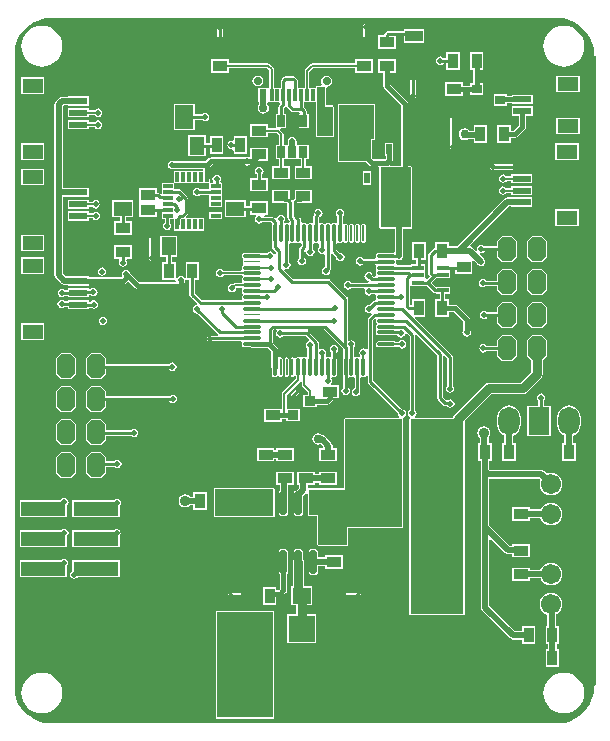
<source format=gtl>
G04*
G04 #@! TF.GenerationSoftware,Altium Limited,Altium Designer,19.0.15 (446)*
G04*
G04 Layer_Physical_Order=1*
G04 Layer_Color=255*
%FSLAX23Y23*%
%MOIN*%
G70*
G01*
G75*
%ADD15C,0.008*%
%ADD17C,0.010*%
%ADD18C,0.020*%
G04:AMPARAMS|DCode=27|XSize=78mil|YSize=24mil|CornerRadius=6mil|HoleSize=0mil|Usage=FLASHONLY|Rotation=270.000|XOffset=0mil|YOffset=0mil|HoleType=Round|Shape=RoundedRectangle|*
%AMROUNDEDRECTD27*
21,1,0.078,0.011,0,0,270.0*
21,1,0.065,0.024,0,0,270.0*
1,1,0.013,-0.005,-0.032*
1,1,0.013,-0.005,0.032*
1,1,0.013,0.005,0.032*
1,1,0.013,0.005,-0.032*
%
%ADD27ROUNDEDRECTD27*%
%ADD28R,0.037X0.051*%
%ADD29R,0.039X0.014*%
%ADD30R,0.051X0.037*%
%ADD31R,0.037X0.033*%
%ADD32R,0.120X0.128*%
G04:AMPARAMS|DCode=33|XSize=92mil|YSize=61mil|CornerRadius=15mil|HoleSize=0mil|Usage=FLASHONLY|Rotation=270.000|XOffset=0mil|YOffset=0mil|HoleType=Round|Shape=RoundedRectangle|*
%AMROUNDEDRECTD33*
21,1,0.092,0.031,0,0,270.0*
21,1,0.061,0.061,0,0,270.0*
1,1,0.031,-0.015,-0.031*
1,1,0.031,-0.015,0.031*
1,1,0.031,0.015,0.031*
1,1,0.031,0.015,-0.031*
%
%ADD33ROUNDEDRECTD33*%
%ADD34R,0.091X0.091*%
%ADD35R,0.063X0.055*%
%ADD36R,0.033X0.014*%
%ADD37R,0.014X0.033*%
%ADD38R,0.051X0.063*%
%ADD39R,0.063X0.051*%
G04:AMPARAMS|DCode=40|XSize=58mil|YSize=11mil|CornerRadius=1mil|HoleSize=0mil|Usage=FLASHONLY|Rotation=180.000|XOffset=0mil|YOffset=0mil|HoleType=Round|Shape=RoundedRectangle|*
%AMROUNDEDRECTD40*
21,1,0.058,0.008,0,0,180.0*
21,1,0.055,0.011,0,0,180.0*
1,1,0.003,-0.028,0.004*
1,1,0.003,0.028,0.004*
1,1,0.003,0.028,-0.004*
1,1,0.003,-0.028,-0.004*
%
%ADD40ROUNDEDRECTD40*%
G04:AMPARAMS|DCode=41|XSize=55mil|YSize=5mil|CornerRadius=1mil|HoleSize=0mil|Usage=FLASHONLY|Rotation=180.000|XOffset=0mil|YOffset=0mil|HoleType=Round|Shape=RoundedRectangle|*
%AMROUNDEDRECTD41*
21,1,0.055,0.004,0,0,180.0*
21,1,0.054,0.005,0,0,180.0*
1,1,0.001,-0.027,0.002*
1,1,0.001,0.027,0.002*
1,1,0.001,0.027,-0.002*
1,1,0.001,-0.027,-0.002*
%
%ADD41ROUNDEDRECTD41*%
G04:AMPARAMS|DCode=42|XSize=58mil|YSize=11mil|CornerRadius=1mil|HoleSize=0mil|Usage=FLASHONLY|Rotation=90.000|XOffset=0mil|YOffset=0mil|HoleType=Round|Shape=RoundedRectangle|*
%AMROUNDEDRECTD42*
21,1,0.058,0.008,0,0,90.0*
21,1,0.055,0.011,0,0,90.0*
1,1,0.003,0.004,0.028*
1,1,0.003,0.004,-0.028*
1,1,0.003,-0.004,-0.028*
1,1,0.003,-0.004,0.028*
%
%ADD42ROUNDEDRECTD42*%
G04:AMPARAMS|DCode=43|XSize=55mil|YSize=5mil|CornerRadius=1mil|HoleSize=0mil|Usage=FLASHONLY|Rotation=90.000|XOffset=0mil|YOffset=0mil|HoleType=Round|Shape=RoundedRectangle|*
%AMROUNDEDRECTD43*
21,1,0.055,0.004,0,0,90.0*
21,1,0.054,0.005,0,0,90.0*
1,1,0.001,0.002,0.027*
1,1,0.001,0.002,-0.027*
1,1,0.001,-0.002,-0.027*
1,1,0.001,-0.002,0.027*
%
%ADD43ROUNDEDRECTD43*%
%ADD44R,0.035X0.031*%
%ADD45R,0.020X0.037*%
%ADD46R,0.026X0.039*%
%ADD47R,0.071X0.047*%
%ADD48R,0.061X0.024*%
%ADD49R,0.061X0.024*%
%ADD50R,0.071X0.047*%
G04:AMPARAMS|DCode=51|XSize=150mil|YSize=200mil|CornerRadius=38mil|HoleSize=0mil|Usage=FLASHONLY|Rotation=0.000|XOffset=0mil|YOffset=0mil|HoleType=Round|Shape=RoundedRectangle|*
%AMROUNDEDRECTD51*
21,1,0.150,0.125,0,0,0.0*
21,1,0.075,0.200,0,0,0.0*
1,1,0.075,0.038,-0.063*
1,1,0.075,-0.038,-0.063*
1,1,0.075,-0.038,0.063*
1,1,0.075,0.038,0.063*
%
%ADD51ROUNDEDRECTD51*%
%ADD52R,0.012X0.039*%
%ADD53R,0.024X0.039*%
%ADD54R,0.059X0.035*%
%ADD55R,0.059X0.079*%
%ADD56R,0.150X0.050*%
%ADD94R,0.130X0.095*%
%ADD95C,0.015*%
%ADD96C,0.030*%
%ADD97O,0.039X0.079*%
%ADD98C,0.028*%
%ADD99C,0.067*%
%ADD100O,0.071X0.094*%
%ADD101R,0.071X0.094*%
G04:AMPARAMS|DCode=102|XSize=80mil|YSize=60mil|CornerRadius=0mil|HoleSize=0mil|Usage=FLASHONLY|Rotation=90.000|XOffset=0mil|YOffset=0mil|HoleType=Round|Shape=Octagon|*
%AMOCTAGOND102*
4,1,8,0.015,0.040,-0.015,0.040,-0.030,0.025,-0.030,-0.025,-0.015,-0.040,0.015,-0.040,0.030,-0.025,0.030,0.025,0.015,0.040,0.0*
%
%ADD102OCTAGOND102*%

%ADD103C,0.020*%
%ADD104C,0.030*%
%ADD105C,0.035*%
G36*
X100Y2321D02*
X1790Y2321D01*
X1790Y2321D01*
X1795Y2320D01*
X1809Y2319D01*
X1827Y2315D01*
X1845Y2308D01*
X1861Y2298D01*
X1875Y2285D01*
X1888Y2271D01*
X1898Y2255D01*
X1905Y2237D01*
X1909Y2219D01*
X1910Y2205D01*
X1911Y2200D01*
X1912Y2196D01*
X1912Y2196D01*
X1914Y2194D01*
X1916Y2192D01*
X1916Y98D01*
X1914Y96D01*
X1912Y94D01*
X1912Y94D01*
X1911Y90D01*
X1910Y85D01*
X1909Y71D01*
X1905Y53D01*
X1898Y35D01*
X1888Y19D01*
X1875Y5D01*
X1861Y-8D01*
X1845Y-18D01*
X1827Y-25D01*
X1809Y-29D01*
X1790Y-31D01*
X1790Y-31D01*
X100D01*
X100Y-31D01*
X95Y-30D01*
X81Y-29D01*
X63Y-25D01*
X45Y-18D01*
X29Y-8D01*
X15Y5D01*
X2Y19D01*
X-8Y35D01*
X-15Y53D01*
X-19Y71D01*
X-20Y85D01*
X-21Y90D01*
X-21Y95D01*
X-21Y2200D01*
X-21Y2200D01*
X-20Y2205D01*
X-19Y2219D01*
X-15Y2237D01*
X-8Y2255D01*
X2Y2271D01*
X15Y2285D01*
X29Y2298D01*
X45Y2308D01*
X63Y2315D01*
X81Y2319D01*
X100Y2321D01*
X100Y2321D01*
D02*
G37*
%LPC*%
G36*
X1344Y2282D02*
X1276D01*
Y2277D01*
X1225D01*
X1221Y2276D01*
X1218Y2275D01*
X1214Y2270D01*
X1212Y2267D01*
X1211Y2263D01*
Y2262D01*
X1190D01*
Y2217D01*
X1250D01*
Y2259D01*
X1276D01*
Y2238D01*
X1344D01*
Y2282D01*
D02*
G37*
G36*
X1149Y2300D02*
X1145Y2299D01*
X1142Y2297D01*
X1140Y2295D01*
X1139Y2291D01*
Y2247D01*
X1139Y2246D01*
X1137Y2243D01*
X1136Y2239D01*
X1137Y2236D01*
X1139Y2233D01*
X1141Y2231D01*
X1145Y2230D01*
X1149Y2231D01*
X1151Y2233D01*
X1155Y2236D01*
X1157Y2239D01*
X1158Y2243D01*
Y2291D01*
X1157Y2295D01*
X1155Y2297D01*
X1152Y2299D01*
X1149Y2300D01*
D02*
G37*
G36*
X663Y2296D02*
X660Y2296D01*
X657Y2294D01*
X655Y2291D01*
X654Y2287D01*
Y2241D01*
X655Y2237D01*
X657Y2234D01*
X659Y2233D01*
X661Y2231D01*
X665Y2230D01*
X669Y2231D01*
X671Y2233D01*
X673Y2236D01*
X674Y2239D01*
X673Y2243D01*
X673Y2244D01*
Y2287D01*
X672Y2291D01*
X670Y2294D01*
X667Y2296D01*
X663Y2296D01*
D02*
G37*
G36*
X1463Y2206D02*
X1418D01*
Y2187D01*
X1409D01*
X1408Y2188D01*
X1403Y2191D01*
X1398Y2192D01*
X1393Y2191D01*
X1388Y2188D01*
X1385Y2183D01*
X1384Y2178D01*
X1385Y2173D01*
X1388Y2168D01*
X1393Y2165D01*
X1398Y2164D01*
X1403Y2165D01*
X1408Y2168D01*
X1409Y2169D01*
X1418D01*
Y2146D01*
X1463D01*
Y2206D01*
D02*
G37*
G36*
X1810Y2295D02*
X1797Y2293D01*
X1784Y2289D01*
X1772Y2283D01*
X1762Y2275D01*
X1753Y2264D01*
X1747Y2252D01*
X1743Y2240D01*
X1742Y2226D01*
X1743Y2213D01*
X1747Y2200D01*
X1753Y2188D01*
X1762Y2178D01*
X1772Y2169D01*
X1784Y2163D01*
X1797Y2159D01*
X1810Y2158D01*
X1823Y2159D01*
X1836Y2163D01*
X1848Y2169D01*
X1858Y2178D01*
X1867Y2188D01*
X1873Y2200D01*
X1877Y2213D01*
X1878Y2226D01*
X1877Y2240D01*
X1873Y2252D01*
X1867Y2264D01*
X1858Y2275D01*
X1848Y2283D01*
X1836Y2289D01*
X1823Y2293D01*
X1810Y2295D01*
D02*
G37*
G36*
X70D02*
X57Y2293D01*
X44Y2289D01*
X32Y2283D01*
X22Y2275D01*
X13Y2264D01*
X7Y2252D01*
X3Y2240D01*
X2Y2226D01*
X3Y2213D01*
X7Y2200D01*
X13Y2188D01*
X22Y2178D01*
X32Y2169D01*
X44Y2163D01*
X57Y2159D01*
X70Y2158D01*
X83Y2159D01*
X96Y2163D01*
X108Y2169D01*
X118Y2178D01*
X127Y2188D01*
X133Y2200D01*
X137Y2213D01*
X138Y2226D01*
X137Y2240D01*
X133Y2252D01*
X127Y2264D01*
X118Y2275D01*
X108Y2283D01*
X96Y2289D01*
X83Y2293D01*
X70Y2295D01*
D02*
G37*
G36*
X1542Y2206D02*
X1497D01*
Y2146D01*
X1507D01*
Y2104D01*
X1497D01*
Y2095D01*
X1473D01*
Y2106D01*
X1413D01*
Y2061D01*
X1473D01*
Y2072D01*
X1497D01*
Y2064D01*
X1541D01*
Y2104D01*
X1531D01*
Y2146D01*
X1542D01*
Y2206D01*
D02*
G37*
G36*
X790Y2128D02*
X783Y2127D01*
X777Y2123D01*
X773Y2117D01*
X772Y2110D01*
X773Y2103D01*
X777Y2097D01*
X783Y2093D01*
X790Y2092D01*
X797Y2093D01*
X803Y2097D01*
X807Y2103D01*
X808Y2110D01*
X807Y2117D01*
X803Y2123D01*
X797Y2127D01*
X790Y2128D01*
D02*
G37*
G36*
X1175Y2183D02*
X1115D01*
Y2169D01*
X970D01*
X967Y2168D01*
X964Y2166D01*
X964Y2166D01*
X948Y2150D01*
X946Y2147D01*
X946Y2144D01*
X946Y2144D01*
Y2087D01*
X924D01*
X924Y2091D01*
Y2111D01*
X923Y2115D01*
X921Y2118D01*
X915Y2123D01*
X912Y2125D01*
X909Y2126D01*
X881D01*
X877Y2125D01*
X874Y2123D01*
X869Y2118D01*
X867Y2115D01*
X866Y2111D01*
Y2091D01*
X865Y2087D01*
X846D01*
Y2087D01*
X844D01*
Y2150D01*
X843Y2153D01*
X841Y2156D01*
X841Y2156D01*
X831Y2166D01*
X828Y2168D01*
X825Y2169D01*
X825Y2169D01*
X695D01*
Y2183D01*
X635D01*
Y2138D01*
X695D01*
Y2152D01*
X822D01*
X828Y2147D01*
Y2090D01*
X824Y2087D01*
X821Y2087D01*
X792D01*
Y2039D01*
X794D01*
Y2033D01*
X790Y2027D01*
X789Y2020D01*
X790Y2013D01*
X794Y2006D01*
X801Y2002D01*
X808Y2001D01*
X815Y2002D01*
X822Y2006D01*
X826Y2013D01*
X827Y2020D01*
X826Y2027D01*
X822Y2033D01*
Y2036D01*
X826Y2039D01*
X828Y2039D01*
X845D01*
Y2039D01*
X862D01*
X864Y2034D01*
X861Y2031D01*
X859Y2028D01*
X858Y2025D01*
Y2000D01*
X851D01*
Y1953D01*
X851Y1953D01*
X825D01*
Y1967D01*
X765D01*
Y1922D01*
X825D01*
Y1936D01*
X852D01*
X859Y1929D01*
Y1898D01*
X851D01*
Y1850D01*
X859D01*
Y1827D01*
X838D01*
Y1782D01*
X897D01*
Y1827D01*
X876D01*
Y1850D01*
X883D01*
X884Y1850D01*
X888D01*
X889Y1850D01*
X921D01*
X922Y1850D01*
X926D01*
X927Y1850D01*
X934D01*
Y1827D01*
X913D01*
Y1782D01*
X972D01*
Y1827D01*
X951D01*
Y1850D01*
X959D01*
Y1898D01*
X927D01*
X926Y1898D01*
X922D01*
X919Y1902D01*
Y1909D01*
X918Y1914D01*
X915Y1919D01*
X910Y1922D01*
X905Y1923D01*
X900Y1922D01*
X895Y1919D01*
X892Y1914D01*
X891Y1909D01*
Y1900D01*
X888Y1898D01*
X884D01*
X883Y1898D01*
X876D01*
Y1932D01*
X876Y1932D01*
X875Y1936D01*
X873Y1938D01*
X873Y1938D01*
X864Y1947D01*
X866Y1952D01*
X884D01*
Y2000D01*
X877D01*
Y2021D01*
X881Y2025D01*
X884Y2025D01*
X887Y2024D01*
X888Y2022D01*
X900Y2010D01*
X903Y2008D01*
X907Y2007D01*
X928D01*
X932Y2003D01*
X932Y2002D01*
X931Y2000D01*
X926D01*
Y1952D01*
X959D01*
Y2000D01*
X953D01*
Y2009D01*
X952Y2013D01*
X950Y2015D01*
X943Y2023D01*
Y2039D01*
X964D01*
Y2039D01*
X983D01*
Y1927D01*
X984Y1924D01*
X987Y1923D01*
X1039D01*
X1042Y1924D01*
X1043Y1927D01*
Y2025D01*
X1042Y2028D01*
X1039Y2029D01*
X1018D01*
Y2087D01*
X1019Y2090D01*
X1023Y2093D01*
X1026Y2093D01*
X1032Y2097D01*
X1036Y2103D01*
X1037Y2110D01*
X1036Y2117D01*
X1032Y2123D01*
X1026Y2127D01*
X1019Y2128D01*
X1012Y2127D01*
X1006Y2123D01*
X1002Y2117D01*
X1001Y2110D01*
X1002Y2103D01*
X1005Y2099D01*
X1002Y2094D01*
X987D01*
X984Y2093D01*
X983Y2090D01*
Y2087D01*
X964D01*
X962Y2091D01*
Y2141D01*
X974Y2152D01*
X1115D01*
Y2138D01*
X1175D01*
Y2183D01*
D02*
G37*
G36*
X1864Y2128D02*
X1785D01*
Y2073D01*
X1864D01*
Y2128D01*
D02*
G37*
G36*
X78Y2123D02*
X-1D01*
Y2068D01*
X78D01*
Y2123D01*
D02*
G37*
G36*
X1308Y2137D02*
X1304Y2136D01*
X1301Y2134D01*
X1299Y2131D01*
X1298Y2128D01*
Y2061D01*
X1299Y2057D01*
X1301Y2055D01*
X1304Y2053D01*
X1308Y2052D01*
X1311Y2053D01*
X1314Y2055D01*
X1316Y2057D01*
X1317Y2061D01*
Y2128D01*
X1316Y2131D01*
X1314Y2134D01*
X1311Y2136D01*
X1308Y2137D01*
D02*
G37*
G36*
X1619Y2066D02*
X1576D01*
Y2027D01*
X1619D01*
Y2038D01*
X1638D01*
Y2034D01*
X1707D01*
Y2065D01*
X1638D01*
Y2061D01*
X1619D01*
Y2066D01*
D02*
G37*
G36*
X226Y2020D02*
X157D01*
Y1989D01*
X226D01*
Y1997D01*
X247D01*
X248Y1995D01*
X253Y1991D01*
X258Y1990D01*
X263Y1991D01*
X268Y1995D01*
X271Y1999D01*
X272Y2005D01*
X271Y2010D01*
X268Y2015D01*
X263Y2018D01*
X258Y2019D01*
X253Y2018D01*
X248Y2015D01*
X247Y2013D01*
X226D01*
Y2020D01*
D02*
G37*
G36*
X579Y2033D02*
X511D01*
Y1947D01*
X579D01*
Y1981D01*
X603D01*
X604Y1980D01*
X609Y1977D01*
X614Y1976D01*
X619Y1977D01*
X624Y1980D01*
X627Y1985D01*
X628Y1990D01*
X627Y1995D01*
X624Y2000D01*
X619Y2003D01*
X614Y2004D01*
X609Y2003D01*
X604Y2000D01*
X603Y1999D01*
X579D01*
Y2033D01*
D02*
G37*
G36*
X226Y1981D02*
X157D01*
Y1950D01*
X226D01*
Y1956D01*
X246D01*
X247Y1954D01*
X252Y1951D01*
X257Y1950D01*
X263Y1951D01*
X267Y1954D01*
X270Y1959D01*
X272Y1964D01*
X270Y1970D01*
X267Y1974D01*
X263Y1977D01*
X257Y1979D01*
X252Y1977D01*
X247Y1974D01*
X246Y1972D01*
X226D01*
Y1981D01*
D02*
G37*
G36*
X1554Y1962D02*
X1509D01*
Y1945D01*
X1494D01*
X1493Y1947D01*
X1486Y1951D01*
X1479Y1952D01*
X1472Y1951D01*
X1465Y1947D01*
X1461Y1940D01*
X1460Y1933D01*
X1461Y1926D01*
X1465Y1919D01*
X1472Y1915D01*
X1479Y1914D01*
X1486Y1915D01*
X1489Y1917D01*
X1509D01*
Y1903D01*
X1554D01*
Y1962D01*
D02*
G37*
G36*
X1707Y2026D02*
X1638D01*
Y1995D01*
X1661D01*
Y1962D01*
X1643Y1944D01*
X1633D01*
Y1962D01*
X1588D01*
Y1903D01*
X1633D01*
Y1921D01*
X1647D01*
X1652Y1922D01*
X1656Y1924D01*
X1681Y1949D01*
X1683Y1953D01*
X1684Y1957D01*
Y1995D01*
X1707D01*
Y2026D01*
D02*
G37*
G36*
X1864Y1987D02*
X1785D01*
Y1932D01*
X1864D01*
Y1987D01*
D02*
G37*
G36*
X754Y1926D02*
X709D01*
Y1914D01*
X704Y1910D01*
X702Y1910D01*
X697Y1909D01*
X692Y1906D01*
X689Y1901D01*
X688Y1896D01*
X689Y1891D01*
X692Y1886D01*
X697Y1883D01*
X702Y1882D01*
X704Y1882D01*
X709Y1878D01*
Y1866D01*
X754D01*
Y1926D01*
D02*
G37*
G36*
X1443Y2014D02*
X1439Y2013D01*
X1437Y2011D01*
X1432Y2007D01*
X1430Y2004D01*
X1429Y2000D01*
Y1890D01*
X1430Y1886D01*
X1432Y1884D01*
X1435Y1882D01*
X1439Y1881D01*
X1442Y1882D01*
X1445Y1884D01*
X1447Y1886D01*
X1448Y1890D01*
Y1996D01*
X1449Y1998D01*
X1451Y2001D01*
X1452Y2005D01*
X1451Y2008D01*
X1449Y2011D01*
X1447Y2013D01*
X1443Y2014D01*
D02*
G37*
G36*
X617Y1930D02*
X558D01*
Y1860D01*
X617D01*
Y1886D01*
X630D01*
Y1866D01*
X675D01*
Y1926D01*
X630D01*
Y1904D01*
X617D01*
Y1930D01*
D02*
G37*
G36*
X825Y1888D02*
X765D01*
Y1856D01*
X758D01*
X755Y1856D01*
X752Y1856D01*
X634D01*
X630Y1855D01*
X626Y1852D01*
X615Y1842D01*
X513D01*
X510Y1843D01*
X505Y1844D01*
X500Y1843D01*
X495Y1840D01*
X492Y1836D01*
X491Y1830D01*
X492Y1825D01*
X495Y1820D01*
X500Y1817D01*
X505Y1816D01*
X510Y1817D01*
X513Y1818D01*
X607D01*
Y1810D01*
X510D01*
Y1773D01*
X510Y1771D01*
X508Y1771D01*
X471D01*
Y1736D01*
X466Y1733D01*
X463Y1735D01*
X461Y1737D01*
X457Y1738D01*
X455D01*
Y1754D01*
X395D01*
Y1709D01*
X395D01*
Y1704D01*
X395D01*
Y1658D01*
X455D01*
Y1672D01*
X471D01*
Y1651D01*
X479D01*
Y1639D01*
X478Y1638D01*
X475Y1633D01*
X474Y1628D01*
X475Y1623D01*
X478Y1618D01*
X483Y1615D01*
X488Y1614D01*
X493Y1615D01*
X498Y1618D01*
X501Y1623D01*
X502Y1628D01*
X501Y1633D01*
X498Y1638D01*
X497Y1639D01*
Y1651D01*
X510D01*
Y1611D01*
X610D01*
Y1653D01*
X551D01*
X549Y1658D01*
X555Y1665D01*
X557Y1667D01*
X558Y1671D01*
Y1717D01*
X557Y1721D01*
X555Y1723D01*
X546Y1733D01*
X546Y1733D01*
X546Y1733D01*
X532Y1747D01*
X529Y1749D01*
X526Y1749D01*
X512D01*
Y1767D01*
X512Y1769D01*
X514Y1769D01*
X626D01*
X628Y1769D01*
X628Y1767D01*
Y1749D01*
X599D01*
X598Y1750D01*
X593Y1753D01*
X588Y1754D01*
X583Y1753D01*
X578Y1750D01*
X575Y1746D01*
X574Y1740D01*
X575Y1735D01*
X578Y1730D01*
X583Y1727D01*
X588Y1726D01*
X593Y1727D01*
X598Y1730D01*
X599Y1731D01*
X628D01*
Y1690D01*
X669D01*
Y1729D01*
Y1771D01*
X666D01*
X664Y1776D01*
X666Y1779D01*
X667Y1784D01*
X666Y1789D01*
X663Y1794D01*
X658Y1797D01*
X653Y1798D01*
X647Y1797D01*
X643Y1794D01*
X639Y1789D01*
X638Y1784D01*
X639Y1779D01*
X641Y1776D01*
X639Y1771D01*
X632D01*
X630Y1771D01*
X630Y1773D01*
Y1785D01*
X631Y1789D01*
Y1824D01*
X639Y1832D01*
X745D01*
X745Y1832D01*
X750Y1829D01*
X755Y1828D01*
X760Y1829D01*
X765Y1832D01*
X765Y1832D01*
X773D01*
X778Y1833D01*
X782Y1836D01*
X789Y1843D01*
X825D01*
Y1888D01*
D02*
G37*
G36*
X1861Y1903D02*
X1782D01*
Y1848D01*
X1861D01*
Y1903D01*
D02*
G37*
G36*
X78Y1902D02*
X-1D01*
Y1847D01*
X78D01*
Y1902D01*
D02*
G37*
G36*
X1250Y2183D02*
X1190D01*
Y2138D01*
X1208D01*
Y2093D01*
X1209Y2089D01*
X1212Y2085D01*
X1267Y2029D01*
Y1826D01*
X1231D01*
X1229Y1831D01*
X1235Y1838D01*
X1238Y1842D01*
X1239Y1846D01*
Y1850D01*
X1239Y1852D01*
Y1860D01*
X1241D01*
Y1905D01*
X1214D01*
Y1860D01*
X1216D01*
Y1853D01*
X1215Y1851D01*
Y1851D01*
X1214Y1850D01*
X1174D01*
X1170Y1853D01*
Y1912D01*
X1178D01*
X1181Y1913D01*
X1182Y1916D01*
Y2029D01*
X1181Y2032D01*
X1178Y2033D01*
X1061D01*
X1058Y2032D01*
X1057Y2029D01*
Y1844D01*
X1058Y1841D01*
X1061Y1840D01*
X1151D01*
X1161Y1830D01*
X1165Y1827D01*
X1169Y1826D01*
X1191D01*
X1195Y1822D01*
Y1622D01*
X1196Y1619D01*
X1199Y1618D01*
X1247D01*
Y1542D01*
X1245Y1538D01*
X1190D01*
X1186Y1536D01*
X1184Y1532D01*
Y1524D01*
X1184Y1522D01*
X1181Y1517D01*
X1142D01*
X1141Y1519D01*
X1136Y1522D01*
X1131Y1523D01*
X1126Y1522D01*
X1121Y1519D01*
X1118Y1514D01*
X1117Y1509D01*
X1118Y1504D01*
X1121Y1499D01*
X1126Y1496D01*
X1131Y1495D01*
X1136Y1496D01*
X1141Y1499D01*
X1181D01*
X1184Y1494D01*
X1184Y1492D01*
Y1484D01*
X1185Y1482D01*
X1185Y1478D01*
X1185Y1475D01*
X1184Y1473D01*
Y1464D01*
X1184Y1463D01*
X1181Y1458D01*
X1178D01*
X1173Y1459D01*
X1172Y1464D01*
X1169Y1469D01*
X1164Y1472D01*
X1159Y1473D01*
X1154Y1472D01*
X1149Y1469D01*
X1146Y1464D01*
X1145Y1459D01*
X1146Y1454D01*
X1149Y1449D01*
X1154Y1446D01*
X1158Y1445D01*
X1159Y1443D01*
X1158Y1440D01*
X1157Y1438D01*
X1112D01*
X1111Y1438D01*
X1102D01*
X1101Y1439D01*
X1096Y1442D01*
X1091Y1443D01*
X1086Y1442D01*
X1081Y1439D01*
X1078Y1434D01*
X1077Y1429D01*
X1078Y1424D01*
X1081Y1419D01*
X1086Y1416D01*
X1091Y1415D01*
X1096Y1416D01*
X1101Y1419D01*
X1102Y1420D01*
X1144D01*
X1147Y1415D01*
X1147Y1414D01*
X1146Y1409D01*
X1147Y1404D01*
X1150Y1399D01*
X1155Y1396D01*
X1160Y1395D01*
X1165Y1396D01*
X1170Y1399D01*
X1171Y1400D01*
X1181D01*
X1184Y1395D01*
X1184Y1394D01*
Y1386D01*
X1185Y1384D01*
X1182Y1379D01*
X1181D01*
X1177Y1378D01*
X1174Y1376D01*
X1162Y1364D01*
X1161Y1364D01*
X1156Y1363D01*
X1151Y1360D01*
X1148Y1355D01*
X1147Y1350D01*
X1148Y1345D01*
X1151Y1340D01*
X1156Y1337D01*
X1161Y1336D01*
X1166Y1337D01*
X1168Y1334D01*
X1169Y1333D01*
X1159Y1322D01*
X1157Y1320D01*
X1156Y1316D01*
Y1218D01*
X1155Y1218D01*
X1151Y1216D01*
X1147Y1218D01*
X1142Y1219D01*
X1137Y1218D01*
X1132Y1215D01*
X1129Y1210D01*
X1128Y1205D01*
X1129Y1200D01*
X1131Y1196D01*
X1131Y1193D01*
X1131Y1193D01*
X1128Y1191D01*
X1126Y1190D01*
X1118D01*
X1116Y1189D01*
X1115Y1189D01*
X1110Y1191D01*
Y1221D01*
X1111Y1222D01*
X1114Y1227D01*
X1115Y1232D01*
X1114Y1237D01*
X1111Y1242D01*
X1106Y1245D01*
X1101Y1246D01*
X1096Y1245D01*
X1095Y1245D01*
X1090Y1248D01*
Y1385D01*
X1089Y1389D01*
X1087Y1391D01*
X1031Y1447D01*
X1029Y1449D01*
X1025Y1450D01*
X907D01*
X877Y1480D01*
X878Y1481D01*
X880Y1484D01*
X885Y1483D01*
X890Y1484D01*
X895Y1487D01*
X898Y1492D01*
X899Y1497D01*
X898Y1502D01*
X895Y1507D01*
X894Y1508D01*
Y1568D01*
X899Y1571D01*
X901Y1570D01*
X910D01*
X914Y1572D01*
X917Y1572D01*
X921Y1570D01*
X929D01*
X931Y1570D01*
X936Y1567D01*
Y1562D01*
X930Y1555D01*
X928Y1553D01*
X927Y1549D01*
Y1521D01*
X926Y1520D01*
X923Y1515D01*
X922Y1510D01*
X923Y1505D01*
X926Y1500D01*
X931Y1497D01*
X936Y1496D01*
X941Y1497D01*
X946Y1500D01*
X949Y1505D01*
X950Y1510D01*
X949Y1515D01*
X946Y1520D01*
X945Y1521D01*
Y1542D01*
X946Y1542D01*
X947Y1542D01*
X951Y1540D01*
X952Y1536D01*
X955Y1531D01*
X960Y1528D01*
X965Y1527D01*
X970Y1528D01*
X975Y1531D01*
X978Y1536D01*
X979Y1541D01*
X978Y1546D01*
X975Y1551D01*
X974Y1552D01*
Y1567D01*
X979Y1570D01*
X980Y1570D01*
X988D01*
X990Y1570D01*
X995Y1567D01*
Y1558D01*
X994Y1557D01*
X991Y1552D01*
X990Y1547D01*
X991Y1542D01*
X994Y1537D01*
X999Y1534D01*
X1004Y1533D01*
X1009Y1534D01*
X1014Y1531D01*
Y1490D01*
X1013Y1489D01*
X1008Y1486D01*
X1005Y1481D01*
X1004Y1476D01*
X1005Y1471D01*
X1008Y1466D01*
X1013Y1463D01*
X1018Y1462D01*
X1023Y1463D01*
X1028Y1466D01*
X1031Y1471D01*
X1032Y1476D01*
X1031Y1480D01*
X1032Y1481D01*
X1033Y1484D01*
Y1535D01*
X1034Y1536D01*
X1038Y1537D01*
X1050Y1525D01*
X1050Y1523D01*
X1051Y1518D01*
X1054Y1513D01*
X1059Y1510D01*
X1064Y1509D01*
X1070Y1510D01*
X1075Y1513D01*
X1078Y1518D01*
X1079Y1523D01*
X1078Y1529D01*
X1075Y1534D01*
X1070Y1537D01*
X1064Y1538D01*
X1063Y1538D01*
X1052Y1549D01*
Y1567D01*
X1057Y1570D01*
X1059Y1570D01*
X1067D01*
X1071Y1572D01*
X1072Y1573D01*
X1077D01*
X1077Y1573D01*
X1081Y1571D01*
X1085D01*
X1088Y1573D01*
X1090Y1576D01*
Y1630D01*
X1088Y1634D01*
X1085Y1635D01*
X1081D01*
X1078Y1634D01*
X1073Y1636D01*
X1073Y1636D01*
Y1658D01*
X1074Y1659D01*
X1077Y1664D01*
X1078Y1669D01*
X1077Y1674D01*
X1074Y1679D01*
X1069Y1682D01*
X1064Y1683D01*
X1059Y1682D01*
X1054Y1679D01*
X1051Y1674D01*
X1050Y1669D01*
X1051Y1664D01*
X1054Y1659D01*
X1054Y1659D01*
Y1639D01*
X1049Y1636D01*
X1047Y1637D01*
X1039D01*
X1037Y1636D01*
X1033Y1635D01*
X1030Y1636D01*
X1028Y1637D01*
X1019D01*
X1015Y1635D01*
X1012Y1635D01*
X1008Y1637D01*
X1000D01*
X998Y1636D01*
X993Y1639D01*
Y1656D01*
X994Y1656D01*
X997Y1657D01*
X1002Y1660D01*
X1005Y1665D01*
X1006Y1670D01*
X1005Y1675D01*
X1002Y1680D01*
X997Y1683D01*
X992Y1684D01*
X987Y1683D01*
X982Y1680D01*
X979Y1675D01*
X978Y1670D01*
X978Y1667D01*
X978Y1666D01*
X976Y1663D01*
X975Y1660D01*
Y1639D01*
X970Y1636D01*
X969Y1637D01*
X960D01*
X956Y1635D01*
X953Y1635D01*
X949Y1637D01*
X941D01*
X939Y1636D01*
X934Y1639D01*
Y1649D01*
X934Y1652D01*
X932Y1655D01*
X922Y1665D01*
Y1702D01*
X922Y1703D01*
X929D01*
X930Y1703D01*
X972D01*
Y1748D01*
X913D01*
Y1719D01*
X912Y1718D01*
X908Y1715D01*
X905Y1713D01*
X902Y1715D01*
X898Y1718D01*
X897Y1719D01*
Y1748D01*
X838D01*
Y1703D01*
X880D01*
X881Y1703D01*
X888D01*
X888Y1702D01*
Y1655D01*
X889Y1652D01*
X891Y1649D01*
X896Y1644D01*
X896Y1639D01*
X891Y1636D01*
X890Y1637D01*
X882D01*
X878Y1640D01*
X878Y1642D01*
X879Y1644D01*
X880Y1649D01*
X879Y1654D01*
X876Y1659D01*
X871Y1662D01*
X866Y1663D01*
X860Y1662D01*
X856Y1659D01*
X852Y1654D01*
X847Y1653D01*
X844Y1655D01*
X842Y1657D01*
X838Y1658D01*
X811D01*
X810Y1659D01*
X810Y1659D01*
X813Y1664D01*
X825D01*
Y1709D01*
X765D01*
Y1694D01*
X750D01*
Y1715D01*
X680D01*
Y1656D01*
X750D01*
Y1676D01*
X765D01*
Y1664D01*
X783D01*
X784Y1661D01*
X785Y1659D01*
X782Y1654D01*
X781Y1649D01*
X782Y1644D01*
X785Y1639D01*
X790Y1636D01*
X795Y1635D01*
X800Y1636D01*
X805Y1639D01*
X806Y1640D01*
X834D01*
X837Y1637D01*
Y1631D01*
X836Y1631D01*
Y1576D01*
X837Y1574D01*
Y1557D01*
X838Y1553D01*
X840Y1550D01*
X850Y1540D01*
Y1535D01*
X845Y1534D01*
X845Y1534D01*
X842Y1538D01*
X837Y1541D01*
X832Y1542D01*
X826Y1541D01*
X822Y1538D01*
X821Y1537D01*
X800D01*
X798Y1538D01*
X743D01*
X739Y1536D01*
X737Y1532D01*
Y1524D01*
X739Y1519D01*
X741Y1519D01*
Y1513D01*
X740Y1513D01*
X739Y1510D01*
Y1506D01*
X740Y1503D01*
X741Y1502D01*
Y1497D01*
X739Y1497D01*
X737Y1492D01*
Y1484D01*
X738Y1483D01*
X735Y1478D01*
X676D01*
X675Y1480D01*
X670Y1483D01*
X665Y1484D01*
X660Y1483D01*
X655Y1480D01*
X652Y1475D01*
X651Y1470D01*
X652Y1465D01*
X655Y1460D01*
X660Y1457D01*
X665Y1456D01*
X670Y1457D01*
X675Y1460D01*
X676Y1462D01*
X737D01*
X739Y1457D01*
X737Y1453D01*
Y1445D01*
X738Y1443D01*
X738Y1442D01*
X736Y1437D01*
X713D01*
X713Y1437D01*
X710Y1437D01*
X707Y1435D01*
X707Y1435D01*
X706Y1434D01*
X703Y1435D01*
X698Y1433D01*
X693Y1430D01*
X690Y1426D01*
X689Y1420D01*
X690Y1415D01*
X693Y1410D01*
X698Y1407D01*
X703Y1406D01*
X709Y1407D01*
X713Y1410D01*
X716Y1415D01*
X718Y1420D01*
X718Y1421D01*
X736D01*
X738Y1416D01*
X738Y1416D01*
X737Y1414D01*
Y1405D01*
X739Y1401D01*
X739Y1398D01*
X737Y1394D01*
Y1386D01*
X738Y1384D01*
X735Y1379D01*
X603D01*
X580Y1402D01*
Y1448D01*
X595D01*
Y1508D01*
X550D01*
Y1455D01*
X545Y1454D01*
X543Y1456D01*
X538Y1459D01*
X533Y1460D01*
X528Y1459D01*
X523Y1456D01*
X521Y1454D01*
X516Y1455D01*
Y1508D01*
X503D01*
Y1525D01*
X522D01*
Y1595D01*
X463D01*
Y1525D01*
X484D01*
Y1508D01*
X471D01*
Y1448D01*
X514D01*
X515Y1448D01*
X516Y1444D01*
X513Y1440D01*
X395D01*
X365Y1470D01*
X364Y1472D01*
X361Y1477D01*
X356Y1480D01*
X351Y1481D01*
X346Y1480D01*
X341Y1477D01*
X338Y1472D01*
X337Y1467D01*
X338Y1462D01*
X338Y1461D01*
Y1457D01*
X337Y1456D01*
X226D01*
Y1460D01*
X157D01*
Y1459D01*
X150D01*
X140Y1469D01*
Y1725D01*
X157D01*
Y1723D01*
X226D01*
Y1755D01*
X157D01*
Y1753D01*
X140D01*
Y2026D01*
X144Y2030D01*
X157D01*
Y2028D01*
X226D01*
Y2060D01*
X157D01*
Y2058D01*
X138D01*
X132Y2057D01*
X128Y2054D01*
X128Y2054D01*
X116Y2042D01*
X113Y2038D01*
X112Y2032D01*
X112Y2032D01*
Y1740D01*
X112Y1740D01*
X112Y1740D01*
Y1463D01*
X112Y1463D01*
X113Y1458D01*
X116Y1453D01*
X134Y1435D01*
X134Y1435D01*
X139Y1432D01*
X144Y1431D01*
X157D01*
Y1428D01*
X226D01*
Y1432D01*
X342D01*
X347Y1433D01*
X351Y1436D01*
X358Y1443D01*
X382Y1420D01*
X386Y1417D01*
X390Y1416D01*
X533D01*
X537Y1417D01*
X541Y1420D01*
X544Y1424D01*
X545Y1428D01*
Y1438D01*
X546Y1441D01*
X547Y1445D01*
X548Y1447D01*
X552Y1448D01*
X562D01*
Y1398D01*
X563Y1394D01*
X565Y1392D01*
X588Y1368D01*
X588Y1366D01*
X586Y1363D01*
X582Y1362D01*
X577Y1359D01*
X574Y1354D01*
X573Y1349D01*
X574Y1344D01*
X577Y1339D01*
X582Y1336D01*
X587Y1335D01*
X588Y1335D01*
X657Y1266D01*
X657Y1263D01*
X655Y1261D01*
X629D01*
X626Y1260D01*
X623Y1258D01*
X622Y1258D01*
X620Y1255D01*
X620Y1251D01*
X620Y1248D01*
X622Y1245D01*
X625Y1243D01*
X629Y1242D01*
X631Y1242D01*
X735D01*
X738Y1237D01*
X737Y1236D01*
Y1228D01*
X739Y1224D01*
X743Y1222D01*
X765D01*
X766Y1222D01*
X771Y1221D01*
X824D01*
X835Y1210D01*
Y1157D01*
X836Y1152D01*
X836Y1151D01*
Y1129D01*
X838Y1125D01*
X842Y1123D01*
X851D01*
X855Y1125D01*
X855Y1126D01*
X861D01*
X861Y1126D01*
X864Y1125D01*
X868D01*
X872Y1126D01*
X873Y1130D01*
Y1184D01*
X872Y1187D01*
X868Y1189D01*
X864D01*
X863Y1188D01*
X858Y1191D01*
Y1215D01*
X857Y1219D01*
X855Y1223D01*
X840Y1237D01*
Y1278D01*
X844Y1282D01*
X851D01*
X853Y1277D01*
X852Y1274D01*
X851Y1269D01*
X852Y1264D01*
X855Y1259D01*
X860Y1256D01*
X865Y1255D01*
X870Y1256D01*
X875Y1259D01*
X876Y1260D01*
X949D01*
X961Y1248D01*
X960Y1245D01*
X959Y1243D01*
X954Y1241D01*
X951Y1236D01*
X950Y1230D01*
X951Y1225D01*
X954Y1220D01*
X955Y1220D01*
Y1193D01*
X950Y1190D01*
X949Y1190D01*
X941D01*
X938Y1189D01*
X935Y1189D01*
X932Y1189D01*
X929Y1190D01*
X921D01*
X917Y1188D01*
X916Y1187D01*
X911D01*
X911Y1187D01*
X907Y1189D01*
X904D01*
X900Y1187D01*
X899Y1184D01*
Y1130D01*
X900Y1126D01*
X904Y1125D01*
X907D01*
X911Y1126D01*
X911Y1126D01*
X916D01*
X917Y1125D01*
X917Y1125D01*
Y1118D01*
X872Y1073D01*
X870Y1070D01*
X870Y1067D01*
X870Y1067D01*
Y1023D01*
X869Y1018D01*
X809D01*
Y973D01*
X869D01*
Y984D01*
X885D01*
Y977D01*
X930D01*
Y1018D01*
X886D01*
Y1064D01*
X931Y1108D01*
X931Y1108D01*
X936Y1107D01*
X937Y1107D01*
Y1097D01*
X937Y1097D01*
X937Y1094D01*
X939Y1091D01*
X957Y1074D01*
Y1063D01*
X942D01*
Y1022D01*
X987D01*
Y1031D01*
X1019D01*
X1024Y1032D01*
X1027Y1034D01*
X1039Y1046D01*
X1041Y1049D01*
X1042Y1052D01*
X1060D01*
Y1097D01*
X1036D01*
X1035Y1098D01*
X1034Y1102D01*
X1036Y1106D01*
X1037Y1111D01*
X1036Y1116D01*
X1035Y1118D01*
X1035Y1120D01*
X1039Y1123D01*
X1047D01*
X1052Y1125D01*
X1053Y1129D01*
Y1184D01*
X1052Y1187D01*
Y1205D01*
X1053Y1206D01*
X1056Y1211D01*
X1057Y1216D01*
X1056Y1221D01*
X1053Y1226D01*
X1048Y1229D01*
X1043Y1230D01*
X1038Y1229D01*
X1033Y1226D01*
X1030Y1221D01*
X1029Y1216D01*
X1030Y1211D01*
X1033Y1206D01*
X1034Y1205D01*
Y1193D01*
X1029Y1190D01*
X1028Y1190D01*
X1019D01*
X1016Y1194D01*
X1016Y1197D01*
X1017Y1199D01*
X1018Y1204D01*
X1017Y1210D01*
X1014Y1214D01*
X1009Y1217D01*
X1004Y1218D01*
X998Y1217D01*
X998Y1217D01*
X993Y1220D01*
Y1238D01*
X993Y1241D01*
X991Y1244D01*
X959Y1275D01*
X957Y1277D01*
X958Y1282D01*
X1011D01*
X1073Y1220D01*
Y1186D01*
X1073Y1184D01*
Y1129D01*
X1073Y1127D01*
Y1088D01*
X1073Y1087D01*
X1069Y1082D01*
X1068Y1077D01*
X1069Y1072D01*
X1073Y1067D01*
X1077Y1064D01*
X1083Y1063D01*
X1088Y1064D01*
X1093Y1067D01*
X1096Y1072D01*
X1097Y1077D01*
X1096Y1082D01*
X1093Y1087D01*
X1092Y1088D01*
Y1121D01*
X1097Y1124D01*
X1098Y1123D01*
X1106D01*
X1108Y1124D01*
X1113Y1121D01*
Y1086D01*
X1112Y1086D01*
X1107Y1083D01*
X1104Y1078D01*
X1103Y1073D01*
X1104Y1068D01*
X1107Y1063D01*
X1112Y1060D01*
X1117Y1059D01*
X1122Y1060D01*
X1127Y1063D01*
X1130Y1068D01*
X1131Y1073D01*
X1131Y1075D01*
X1131Y1077D01*
Y1121D01*
X1136Y1124D01*
X1138Y1123D01*
X1146D01*
X1150Y1125D01*
X1151Y1127D01*
X1156Y1126D01*
Y1107D01*
X1157Y1103D01*
X1159Y1101D01*
X1256Y1003D01*
X1256Y1002D01*
X1257Y997D01*
X1260Y992D01*
X1261Y991D01*
X1259Y986D01*
X1082D01*
X1079Y985D01*
X1078Y982D01*
Y752D01*
X961D01*
X961Y752D01*
X956Y756D01*
Y763D01*
X980D01*
Y771D01*
X995D01*
Y763D01*
X1055D01*
Y808D01*
X995D01*
Y800D01*
X980D01*
Y808D01*
X921D01*
Y763D01*
X928D01*
Y752D01*
X921Y745D01*
X920D01*
X916Y745D01*
X912Y742D01*
X910Y739D01*
X909Y735D01*
Y670D01*
X910Y666D01*
X912Y663D01*
X916Y660D01*
X920Y659D01*
X930D01*
X934Y660D01*
X938Y663D01*
X940Y666D01*
X941Y670D01*
Y725D01*
X952Y736D01*
X953Y736D01*
X957Y734D01*
Y663D01*
X958Y660D01*
X961Y659D01*
X988D01*
Y566D01*
X989Y563D01*
X991Y561D01*
X994Y560D01*
X1087D01*
X1090Y561D01*
X1091Y564D01*
Y620D01*
X1270D01*
X1273Y621D01*
X1274Y624D01*
Y982D01*
X1274Y983D01*
X1275Y988D01*
X1276Y989D01*
X1280Y992D01*
X1283Y997D01*
X1284Y1002D01*
X1283Y1007D01*
X1280Y1012D01*
X1275Y1015D01*
X1270Y1016D01*
X1269Y1016D01*
X1174Y1111D01*
Y1312D01*
X1179Y1317D01*
X1183Y1316D01*
X1184Y1315D01*
Y1307D01*
X1186Y1303D01*
X1186Y1300D01*
X1184Y1296D01*
Y1287D01*
X1185Y1285D01*
X1185Y1282D01*
X1185Y1278D01*
X1184Y1276D01*
Y1268D01*
X1186Y1263D01*
X1190Y1262D01*
X1245D01*
X1247Y1263D01*
X1254D01*
X1257Y1259D01*
X1262Y1256D01*
X1267Y1255D01*
X1272Y1256D01*
X1277Y1259D01*
X1280Y1264D01*
X1281Y1268D01*
X1284Y1270D01*
X1286Y1270D01*
X1296Y1260D01*
Y1014D01*
X1295Y1013D01*
X1292Y1008D01*
X1291Y1003D01*
X1292Y998D01*
X1295Y993D01*
X1298Y991D01*
X1298Y985D01*
X1297Y985D01*
X1295Y982D01*
X1295Y334D01*
X1297Y331D01*
X1300Y330D01*
X1475D01*
X1478Y331D01*
X1479Y334D01*
X1479Y978D01*
X1568Y1067D01*
X1674D01*
X1681Y1068D01*
X1688Y1072D01*
X1734Y1118D01*
X1738Y1125D01*
X1739Y1132D01*
Y1178D01*
X1754Y1193D01*
Y1247D01*
X1737Y1264D01*
X1703D01*
X1686Y1247D01*
Y1193D01*
X1701Y1178D01*
Y1140D01*
X1666Y1105D01*
X1560D01*
X1553Y1104D01*
X1546Y1100D01*
X1444Y998D01*
X1440Y991D01*
X1439Y986D01*
X1314Y986D01*
X1313Y991D01*
X1315Y993D01*
X1318Y998D01*
X1319Y1003D01*
X1318Y1008D01*
X1315Y1013D01*
X1314Y1014D01*
Y1262D01*
X1319Y1264D01*
X1388Y1195D01*
Y1054D01*
X1389Y1050D01*
X1391Y1047D01*
X1407Y1030D01*
X1410Y1028D01*
X1414Y1028D01*
X1420D01*
X1422Y1025D01*
X1427Y1022D01*
X1432Y1021D01*
X1437Y1022D01*
X1442Y1025D01*
X1445Y1030D01*
X1446Y1035D01*
X1445Y1040D01*
X1442Y1045D01*
X1437Y1048D01*
X1432Y1049D01*
X1427Y1048D01*
X1423Y1046D01*
X1418D01*
X1406Y1058D01*
Y1195D01*
X1411Y1197D01*
X1422Y1186D01*
Y1096D01*
X1421Y1095D01*
X1418Y1090D01*
X1417Y1085D01*
X1418Y1080D01*
X1421Y1075D01*
X1426Y1072D01*
X1431Y1071D01*
X1436Y1072D01*
X1441Y1075D01*
X1444Y1080D01*
X1445Y1085D01*
X1444Y1090D01*
X1441Y1095D01*
X1440Y1096D01*
Y1190D01*
X1439Y1194D01*
X1437Y1196D01*
X1313Y1321D01*
X1315Y1325D01*
X1348D01*
Y1385D01*
X1303D01*
Y1364D01*
X1296D01*
X1296Y1364D01*
Y1443D01*
X1296Y1443D01*
X1301Y1440D01*
Y1426D01*
X1348D01*
Y1426D01*
X1353Y1427D01*
X1375Y1406D01*
X1378Y1404D01*
X1381Y1403D01*
X1383D01*
Y1401D01*
X1396D01*
Y1385D01*
X1382D01*
Y1325D01*
X1427D01*
Y1340D01*
X1443D01*
X1474Y1309D01*
Y1280D01*
X1473Y1277D01*
X1472Y1272D01*
X1473Y1267D01*
X1476Y1262D01*
X1481Y1259D01*
X1486Y1258D01*
X1491Y1259D01*
X1496Y1262D01*
X1499Y1267D01*
X1500Y1272D01*
X1499Y1277D01*
X1498Y1280D01*
Y1314D01*
X1497Y1318D01*
X1494Y1322D01*
X1456Y1360D01*
X1452Y1363D01*
X1448Y1364D01*
X1427D01*
Y1385D01*
X1414D01*
Y1401D01*
X1431D01*
Y1423D01*
X1384D01*
X1368Y1438D01*
X1379Y1449D01*
X1383Y1452D01*
Y1452D01*
X1383Y1452D01*
X1431D01*
Y1472D01*
X1431Y1474D01*
Y1477D01*
X1432Y1479D01*
X1446D01*
Y1467D01*
X1505D01*
X1505Y1509D01*
Y1509D01*
D01*
X1505Y1510D01*
X1506Y1510D01*
X1510Y1512D01*
X1522Y1500D01*
X1524Y1497D01*
X1529Y1494D01*
X1534Y1493D01*
X1539Y1494D01*
X1544Y1497D01*
X1547Y1502D01*
X1548Y1507D01*
Y1508D01*
X1548Y1508D01*
X1547Y1513D01*
X1544Y1518D01*
X1529Y1533D01*
X1532Y1537D01*
X1535Y1537D01*
X1540Y1538D01*
X1545Y1541D01*
X1546Y1542D01*
X1586D01*
Y1523D01*
X1603Y1506D01*
X1637D01*
X1654Y1523D01*
Y1577D01*
X1637Y1594D01*
X1603D01*
X1586Y1577D01*
Y1560D01*
X1546D01*
X1545Y1561D01*
X1540Y1564D01*
X1535Y1565D01*
X1530Y1564D01*
X1525Y1561D01*
X1522Y1556D01*
X1521Y1551D01*
X1521Y1548D01*
X1517Y1545D01*
X1507Y1555D01*
X1502Y1558D01*
X1500Y1559D01*
X1498Y1564D01*
X1628Y1693D01*
X1634D01*
Y1690D01*
X1703D01*
Y1722D01*
X1668D01*
X1667Y1722D01*
X1667Y1722D01*
X1622D01*
X1622Y1722D01*
X1616Y1721D01*
X1612Y1718D01*
X1453Y1559D01*
X1428D01*
Y1575D01*
X1382D01*
Y1554D01*
X1380D01*
X1376Y1553D01*
X1374Y1551D01*
X1360Y1537D01*
X1358Y1535D01*
X1357Y1531D01*
Y1469D01*
X1358Y1465D01*
X1360Y1462D01*
X1363Y1459D01*
X1355Y1451D01*
X1349Y1452D01*
X1348Y1453D01*
Y1474D01*
X1348D01*
Y1477D01*
X1348D01*
Y1499D01*
X1335D01*
Y1515D01*
X1349D01*
Y1575D01*
X1304D01*
Y1515D01*
X1317D01*
Y1499D01*
X1301D01*
Y1498D01*
X1253D01*
X1250Y1503D01*
X1251Y1504D01*
Y1512D01*
X1251Y1512D01*
X1255Y1516D01*
X1256Y1515D01*
X1261Y1514D01*
X1267Y1515D01*
X1271Y1518D01*
X1274Y1523D01*
X1275Y1528D01*
Y1618D01*
X1300D01*
X1303Y1619D01*
X1304Y1622D01*
Y1822D01*
X1303Y1825D01*
X1300Y1826D01*
X1291D01*
Y2034D01*
X1290Y2038D01*
X1287Y2042D01*
X1232Y2098D01*
Y2138D01*
X1250D01*
Y2183D01*
D02*
G37*
G36*
X1669Y1833D02*
X1665Y1833D01*
X1665Y1832D01*
X1574D01*
X1570Y1832D01*
X1567Y1830D01*
X1566Y1828D01*
X1564Y1826D01*
X1563Y1822D01*
X1564Y1818D01*
X1566Y1816D01*
X1569Y1814D01*
X1573Y1813D01*
X1576Y1814D01*
X1577Y1814D01*
X1668D01*
X1671Y1815D01*
X1674Y1817D01*
X1675Y1818D01*
X1677Y1821D01*
X1678Y1824D01*
X1677Y1828D01*
X1675Y1831D01*
X1672Y1833D01*
X1669Y1833D01*
D02*
G37*
G36*
X1703Y1800D02*
X1634D01*
Y1793D01*
X1619D01*
X1618Y1795D01*
X1613Y1798D01*
X1608Y1799D01*
X1603Y1798D01*
X1598Y1795D01*
X1595Y1790D01*
X1594Y1785D01*
X1595Y1780D01*
X1598Y1775D01*
X1603Y1772D01*
X1608Y1771D01*
X1613Y1772D01*
X1618Y1775D01*
X1619Y1777D01*
X1634D01*
Y1769D01*
X1703D01*
Y1800D01*
D02*
G37*
G36*
X1166Y1810D02*
X1139D01*
Y1765D01*
X1166D01*
Y1810D01*
D02*
G37*
G36*
X78Y1818D02*
X-1D01*
Y1763D01*
X78D01*
Y1818D01*
D02*
G37*
G36*
X1703Y1761D02*
X1634D01*
Y1753D01*
X1618D01*
X1617Y1755D01*
X1612Y1758D01*
X1607Y1759D01*
X1602Y1758D01*
X1597Y1755D01*
X1594Y1750D01*
X1593Y1745D01*
X1594Y1740D01*
X1597Y1735D01*
X1602Y1732D01*
X1607Y1731D01*
X1612Y1732D01*
X1617Y1735D01*
X1618Y1737D01*
X1634D01*
Y1730D01*
X1703D01*
Y1761D01*
D02*
G37*
G36*
X795Y1824D02*
X790Y1823D01*
X785Y1820D01*
X782Y1815D01*
X781Y1810D01*
X782Y1805D01*
X785Y1800D01*
X786Y1799D01*
Y1788D01*
X765D01*
Y1742D01*
X825D01*
Y1788D01*
X804D01*
Y1799D01*
X805Y1800D01*
X808Y1805D01*
X809Y1810D01*
X808Y1815D01*
X805Y1820D01*
X800Y1823D01*
X795Y1824D01*
D02*
G37*
G36*
X226Y1715D02*
X157D01*
Y1684D01*
X226D01*
Y1691D01*
X237D01*
X239Y1689D01*
X244Y1686D01*
X249Y1685D01*
X254Y1686D01*
X259Y1689D01*
X262Y1694D01*
X263Y1699D01*
X262Y1704D01*
X259Y1709D01*
X254Y1712D01*
X249Y1713D01*
X244Y1712D01*
X239Y1709D01*
X238Y1707D01*
X226D01*
Y1715D01*
D02*
G37*
G36*
X669Y1672D02*
X628D01*
Y1651D01*
X669D01*
Y1672D01*
D02*
G37*
G36*
X226Y1676D02*
X157D01*
Y1645D01*
X226D01*
Y1653D01*
X239D01*
X240Y1651D01*
X245Y1648D01*
X250Y1647D01*
X255Y1648D01*
X260Y1651D01*
X263Y1656D01*
X264Y1661D01*
X263Y1666D01*
X260Y1671D01*
X255Y1674D01*
X250Y1675D01*
X245Y1674D01*
X240Y1671D01*
X239Y1669D01*
X226D01*
Y1676D01*
D02*
G37*
G36*
X1861Y1682D02*
X1782D01*
Y1627D01*
X1861D01*
Y1682D01*
D02*
G37*
G36*
X375Y1715D02*
X305D01*
Y1656D01*
X331D01*
Y1642D01*
X310D01*
Y1597D01*
X370D01*
Y1642D01*
X349D01*
Y1656D01*
X375D01*
Y1715D01*
D02*
G37*
G36*
X1144Y1635D02*
X1140D01*
X1136Y1634D01*
X1135Y1630D01*
Y1576D01*
X1136Y1573D01*
X1140Y1571D01*
X1144D01*
X1147Y1573D01*
X1149Y1576D01*
Y1630D01*
X1147Y1634D01*
X1144Y1635D01*
D02*
G37*
G36*
X1124D02*
X1120D01*
X1117Y1634D01*
X1115Y1630D01*
Y1576D01*
X1117Y1573D01*
X1120Y1571D01*
X1124D01*
X1127Y1573D01*
X1129Y1576D01*
Y1630D01*
X1127Y1634D01*
X1124Y1635D01*
D02*
G37*
G36*
X1104D02*
X1100D01*
X1097Y1634D01*
X1095Y1630D01*
Y1576D01*
X1097Y1573D01*
X1100Y1571D01*
X1104D01*
X1108Y1573D01*
X1109Y1576D01*
Y1630D01*
X1108Y1634D01*
X1104Y1635D01*
D02*
G37*
G36*
X78Y1597D02*
X-1D01*
Y1542D01*
X78D01*
Y1597D01*
D02*
G37*
G36*
X425Y1612D02*
X421Y1611D01*
X419Y1609D01*
X417Y1606D01*
X416Y1602D01*
X417Y1599D01*
X419Y1596D01*
X426Y1588D01*
Y1519D01*
X427Y1515D01*
X429Y1512D01*
X432Y1510D01*
X436Y1510D01*
X439Y1510D01*
X442Y1512D01*
X444Y1515D01*
X445Y1519D01*
Y1592D01*
X444Y1595D01*
X442Y1598D01*
X431Y1609D01*
X429Y1611D01*
X425Y1612D01*
D02*
G37*
G36*
X1737Y1594D02*
X1703D01*
X1686Y1577D01*
Y1523D01*
X1703Y1506D01*
X1737D01*
X1754Y1523D01*
Y1577D01*
X1737Y1594D01*
D02*
G37*
G36*
X370Y1563D02*
X310D01*
Y1518D01*
X326D01*
X328Y1513D01*
X327Y1510D01*
X326Y1505D01*
X327Y1500D01*
X330Y1495D01*
X335Y1492D01*
X340Y1491D01*
X345Y1492D01*
X350Y1495D01*
X353Y1500D01*
X354Y1505D01*
X353Y1510D01*
X352Y1513D01*
X354Y1518D01*
X370D01*
Y1563D01*
D02*
G37*
G36*
X78Y1523D02*
X-1D01*
Y1468D01*
X78D01*
Y1523D01*
D02*
G37*
G36*
X271Y1489D02*
X266Y1488D01*
X261Y1485D01*
X258Y1480D01*
X257Y1475D01*
X258Y1470D01*
X261Y1465D01*
X266Y1462D01*
X271Y1461D01*
X276Y1462D01*
X281Y1465D01*
X284Y1470D01*
X285Y1475D01*
X284Y1480D01*
X281Y1485D01*
X276Y1488D01*
X271Y1489D01*
D02*
G37*
G36*
X1637Y1484D02*
X1603D01*
X1586Y1467D01*
Y1445D01*
X1551D01*
X1550Y1446D01*
X1545Y1449D01*
X1540Y1450D01*
X1535Y1449D01*
X1530Y1446D01*
X1527Y1441D01*
X1526Y1436D01*
X1527Y1431D01*
X1530Y1426D01*
X1535Y1423D01*
X1540Y1422D01*
X1545Y1423D01*
X1550Y1426D01*
X1551Y1427D01*
X1586D01*
Y1413D01*
X1603Y1396D01*
X1637D01*
X1654Y1413D01*
Y1467D01*
X1637Y1484D01*
D02*
G37*
G36*
X226Y1420D02*
X157D01*
Y1413D01*
X148D01*
X147Y1414D01*
X142Y1417D01*
X137Y1418D01*
X132Y1417D01*
X127Y1414D01*
X124Y1409D01*
X123Y1404D01*
X124Y1399D01*
X127Y1394D01*
X132Y1391D01*
X137Y1390D01*
X142Y1391D01*
X147Y1394D01*
X148Y1395D01*
X157D01*
Y1389D01*
X226D01*
Y1397D01*
X231D01*
X232Y1396D01*
X237Y1393D01*
X242Y1392D01*
X247Y1393D01*
X252Y1396D01*
X255Y1401D01*
X256Y1406D01*
X255Y1411D01*
X252Y1416D01*
X247Y1419D01*
X242Y1420D01*
X237Y1419D01*
X232Y1416D01*
X231Y1415D01*
X226D01*
Y1420D01*
D02*
G37*
G36*
X1737Y1484D02*
X1703D01*
X1686Y1467D01*
Y1413D01*
X1703Y1396D01*
X1737D01*
X1754Y1413D01*
Y1467D01*
X1737Y1484D01*
D02*
G37*
G36*
X136Y1381D02*
X131Y1380D01*
X126Y1377D01*
X123Y1372D01*
X122Y1367D01*
X123Y1362D01*
X126Y1357D01*
X131Y1354D01*
X136Y1353D01*
X141Y1354D01*
X146Y1357D01*
X147Y1358D01*
X157D01*
Y1350D01*
X226D01*
Y1356D01*
X232D01*
X233Y1355D01*
X238Y1352D01*
X243Y1351D01*
X248Y1352D01*
X253Y1355D01*
X256Y1360D01*
X257Y1365D01*
X256Y1371D01*
X253Y1375D01*
X248Y1379D01*
X243Y1380D01*
X238Y1379D01*
X233Y1375D01*
X232Y1374D01*
X226D01*
Y1381D01*
X157D01*
Y1376D01*
X147D01*
X146Y1377D01*
X141Y1380D01*
X136Y1381D01*
D02*
G37*
G36*
X1637Y1374D02*
X1603D01*
X1586Y1357D01*
Y1340D01*
X1555D01*
X1554Y1341D01*
X1549Y1344D01*
X1544Y1345D01*
X1539Y1344D01*
X1534Y1341D01*
X1531Y1336D01*
X1530Y1331D01*
X1531Y1325D01*
X1534Y1321D01*
X1539Y1318D01*
X1544Y1317D01*
X1549Y1318D01*
X1554Y1321D01*
X1555Y1322D01*
X1586D01*
Y1303D01*
X1603Y1286D01*
X1637D01*
X1654Y1303D01*
Y1357D01*
X1637Y1374D01*
D02*
G37*
G36*
X273Y1325D02*
X268Y1324D01*
X263Y1321D01*
X260Y1316D01*
X259Y1311D01*
X260Y1306D01*
X263Y1301D01*
X268Y1298D01*
X273Y1297D01*
X278Y1298D01*
X283Y1301D01*
X286Y1306D01*
X287Y1311D01*
X286Y1316D01*
X283Y1321D01*
X278Y1324D01*
X273Y1325D01*
D02*
G37*
G36*
X1737Y1374D02*
X1703D01*
X1686Y1357D01*
Y1303D01*
X1703Y1286D01*
X1737D01*
X1754Y1303D01*
Y1357D01*
X1737Y1374D01*
D02*
G37*
G36*
X78Y1302D02*
X-1D01*
Y1247D01*
X78D01*
Y1302D01*
D02*
G37*
G36*
X1271Y1247D02*
X1266Y1246D01*
X1261Y1242D01*
X1260Y1241D01*
X1249D01*
X1249Y1241D01*
X1245Y1242D01*
X1190D01*
X1186Y1241D01*
X1184Y1236D01*
Y1228D01*
X1186Y1224D01*
X1190Y1222D01*
X1245D01*
X1249Y1224D01*
X1249Y1224D01*
X1260D01*
X1261Y1222D01*
X1266Y1219D01*
X1271Y1218D01*
X1276Y1219D01*
X1281Y1222D01*
X1284Y1227D01*
X1285Y1232D01*
X1284Y1238D01*
X1281Y1242D01*
X1276Y1246D01*
X1271Y1247D01*
D02*
G37*
G36*
X1637Y1264D02*
X1603D01*
X1586Y1247D01*
Y1228D01*
X1553D01*
X1552Y1229D01*
X1547Y1232D01*
X1542Y1233D01*
X1537Y1232D01*
X1532Y1229D01*
X1529Y1224D01*
X1528Y1219D01*
X1529Y1214D01*
X1532Y1209D01*
X1537Y1206D01*
X1542Y1205D01*
X1547Y1206D01*
X1552Y1209D01*
X1553Y1210D01*
X1586D01*
Y1193D01*
X1603Y1176D01*
X1637D01*
X1654Y1193D01*
Y1247D01*
X1637Y1264D01*
D02*
G37*
G36*
X267Y1204D02*
X233D01*
X216Y1187D01*
Y1133D01*
X233Y1116D01*
X267D01*
X284Y1133D01*
Y1149D01*
X494D01*
X495Y1148D01*
X500Y1145D01*
X505Y1144D01*
X510Y1145D01*
X515Y1148D01*
X518Y1153D01*
X519Y1158D01*
X518Y1163D01*
X515Y1168D01*
X510Y1171D01*
X505Y1172D01*
X500Y1171D01*
X495Y1168D01*
X494Y1167D01*
X284D01*
Y1187D01*
X267Y1204D01*
D02*
G37*
G36*
X888Y1189D02*
X884D01*
X880Y1187D01*
X879Y1184D01*
Y1130D01*
X880Y1126D01*
X884Y1125D01*
X888D01*
X891Y1126D01*
X893Y1130D01*
Y1184D01*
X891Y1187D01*
X888Y1189D01*
D02*
G37*
G36*
X167Y1204D02*
X133D01*
X116Y1187D01*
Y1133D01*
X133Y1116D01*
X167D01*
X184Y1133D01*
Y1187D01*
X167Y1204D01*
D02*
G37*
G36*
X267Y1094D02*
X233D01*
X216Y1077D01*
Y1023D01*
X233Y1006D01*
X267D01*
X284Y1023D01*
Y1042D01*
X495D01*
X496Y1041D01*
X501Y1038D01*
X506Y1037D01*
X511Y1038D01*
X516Y1041D01*
X519Y1046D01*
X520Y1051D01*
X519Y1056D01*
X516Y1061D01*
X511Y1064D01*
X506Y1065D01*
X501Y1064D01*
X496Y1061D01*
X495Y1060D01*
X284D01*
Y1077D01*
X267Y1094D01*
D02*
G37*
G36*
X926Y1088D02*
X922Y1088D01*
X919Y1086D01*
X901Y1068D01*
X899Y1065D01*
X899Y1062D01*
Y1044D01*
X899Y1043D01*
X899Y1039D01*
X901Y1036D01*
X904Y1034D01*
X908Y1033D01*
X911Y1034D01*
X914Y1036D01*
X914Y1036D01*
X916Y1039D01*
X917Y1043D01*
Y1058D01*
X932Y1073D01*
X934Y1076D01*
X935Y1079D01*
X934Y1083D01*
X932Y1086D01*
X929Y1088D01*
X926Y1088D01*
D02*
G37*
G36*
X167Y1094D02*
X133D01*
X116Y1077D01*
Y1023D01*
X133Y1006D01*
X167D01*
X184Y1023D01*
Y1077D01*
X167Y1094D01*
D02*
G37*
G36*
X1734Y1069D02*
X1729Y1068D01*
X1724Y1065D01*
X1721Y1060D01*
X1720Y1055D01*
X1721Y1050D01*
X1724Y1045D01*
X1725Y1044D01*
Y1028D01*
X1688D01*
Y926D01*
X1766D01*
Y1028D01*
X1743D01*
Y1044D01*
X1744Y1045D01*
X1747Y1050D01*
X1748Y1055D01*
X1747Y1060D01*
X1744Y1065D01*
X1739Y1068D01*
X1734Y1069D01*
D02*
G37*
G36*
X267Y984D02*
X233D01*
X216Y967D01*
Y913D01*
X233Y896D01*
X267D01*
X284Y913D01*
Y928D01*
X367D01*
X368Y927D01*
X373Y924D01*
X378Y923D01*
X383Y924D01*
X388Y927D01*
X391Y932D01*
X392Y937D01*
X391Y942D01*
X388Y947D01*
X383Y950D01*
X378Y951D01*
X373Y950D01*
X368Y947D01*
X367Y946D01*
X284D01*
Y967D01*
X267Y984D01*
D02*
G37*
G36*
X167D02*
X133D01*
X116Y967D01*
Y913D01*
X133Y896D01*
X167D01*
X184Y913D01*
Y967D01*
X167Y984D01*
D02*
G37*
G36*
X910Y887D02*
X851D01*
Y879D01*
X845D01*
Y887D01*
X786D01*
Y842D01*
X845D01*
Y850D01*
X851D01*
Y842D01*
X910D01*
Y887D01*
D02*
G37*
G36*
X1827Y1029D02*
X1817Y1027D01*
X1807Y1023D01*
X1799Y1017D01*
X1793Y1009D01*
X1789Y999D01*
X1787Y989D01*
Y965D01*
X1789Y955D01*
X1793Y945D01*
X1799Y937D01*
X1807Y931D01*
X1812Y929D01*
Y902D01*
X1804D01*
Y842D01*
X1849D01*
Y902D01*
X1841D01*
Y928D01*
X1847Y931D01*
X1855Y937D01*
X1861Y945D01*
X1865Y955D01*
X1867Y965D01*
Y989D01*
X1865Y999D01*
X1861Y1009D01*
X1855Y1017D01*
X1847Y1023D01*
X1837Y1027D01*
X1827Y1029D01*
D02*
G37*
G36*
X1627D02*
X1617Y1027D01*
X1607Y1023D01*
X1599Y1017D01*
X1593Y1009D01*
X1589Y999D01*
X1587Y989D01*
Y965D01*
X1589Y955D01*
X1593Y945D01*
X1599Y937D01*
X1607Y931D01*
X1612Y929D01*
Y902D01*
X1604D01*
Y842D01*
X1649D01*
Y902D01*
X1641D01*
Y928D01*
X1647Y931D01*
X1655Y937D01*
X1661Y945D01*
X1665Y955D01*
X1667Y965D01*
Y989D01*
X1665Y999D01*
X1661Y1009D01*
X1655Y1017D01*
X1647Y1023D01*
X1637Y1027D01*
X1627Y1029D01*
D02*
G37*
G36*
X991Y936D02*
X984Y935D01*
X977Y931D01*
X973Y924D01*
X972Y917D01*
X973Y910D01*
X977Y903D01*
X984Y899D01*
X991Y898D01*
X998Y899D01*
X1000Y900D01*
X1008Y892D01*
X1006Y887D01*
X995D01*
Y842D01*
X1055D01*
Y887D01*
X1039D01*
Y895D01*
X1039Y895D01*
X1038Y900D01*
X1035Y905D01*
X1013Y927D01*
X1008Y930D01*
X1004Y931D01*
X998Y935D01*
X991Y936D01*
D02*
G37*
G36*
X267Y874D02*
X233D01*
X216Y857D01*
Y803D01*
X233Y786D01*
X267D01*
X284Y803D01*
Y825D01*
X311D01*
X312Y824D01*
X317Y821D01*
X322Y820D01*
X327Y821D01*
X332Y824D01*
X335Y829D01*
X336Y834D01*
X335Y839D01*
X332Y844D01*
X327Y847D01*
X322Y848D01*
X317Y847D01*
X312Y844D01*
X311Y843D01*
X284D01*
Y857D01*
X267Y874D01*
D02*
G37*
G36*
X167D02*
X133D01*
X116Y857D01*
Y803D01*
X133Y786D01*
X167D01*
X184Y803D01*
Y857D01*
X167Y874D01*
D02*
G37*
G36*
X1543Y959D02*
X1535Y957D01*
X1527Y953D01*
X1523Y945D01*
X1521Y937D01*
X1523Y929D01*
X1527Y921D01*
X1531Y919D01*
Y902D01*
X1525D01*
Y842D01*
X1533D01*
Y811D01*
X1533Y811D01*
X1533Y811D01*
Y622D01*
X1533Y622D01*
X1533Y622D01*
Y355D01*
X1533Y355D01*
X1534Y350D01*
X1538Y345D01*
X1631Y252D01*
X1631Y252D01*
X1636Y249D01*
X1641Y248D01*
X1641Y248D01*
X1670D01*
Y232D01*
X1715D01*
Y292D01*
X1670D01*
Y276D01*
X1647D01*
X1562Y361D01*
Y581D01*
X1567Y583D01*
X1614Y536D01*
X1614Y536D01*
X1619Y533D01*
X1624Y532D01*
X1637D01*
Y522D01*
X1697D01*
Y567D01*
X1637D01*
Y560D01*
X1630D01*
X1562Y628D01*
Y785D01*
X1729D01*
X1732Y781D01*
X1730Y777D01*
X1729Y767D01*
X1730Y757D01*
X1734Y748D01*
X1740Y740D01*
X1748Y734D01*
X1757Y730D01*
X1767Y729D01*
X1777Y730D01*
X1786Y734D01*
X1794Y740D01*
X1800Y748D01*
X1804Y757D01*
X1805Y767D01*
X1804Y777D01*
X1800Y786D01*
X1794Y794D01*
X1786Y800D01*
X1777Y803D01*
X1767Y805D01*
X1757Y803D01*
X1753Y802D01*
X1745Y809D01*
X1740Y812D01*
X1735Y813D01*
X1735Y813D01*
X1565D01*
X1562Y817D01*
Y842D01*
X1570D01*
Y902D01*
X1560D01*
Y923D01*
X1563Y929D01*
X1565Y937D01*
X1563Y945D01*
X1559Y953D01*
X1551Y957D01*
X1543Y959D01*
D02*
G37*
G36*
X619Y739D02*
X574D01*
Y725D01*
X564D01*
X564Y727D01*
X556Y731D01*
X548Y733D01*
X540Y731D01*
X532Y727D01*
X528Y719D01*
X526Y711D01*
X528Y703D01*
X532Y695D01*
X540Y691D01*
X548Y689D01*
X556Y691D01*
X564Y695D01*
X564Y697D01*
X574D01*
Y680D01*
X619D01*
Y739D01*
D02*
G37*
G36*
X1767Y705D02*
X1757Y703D01*
X1748Y700D01*
X1740Y694D01*
X1734Y686D01*
X1732Y682D01*
X1697D01*
Y690D01*
X1637D01*
Y645D01*
X1697D01*
Y653D01*
X1732D01*
X1734Y648D01*
X1740Y640D01*
X1748Y634D01*
X1757Y631D01*
X1767Y629D01*
X1777Y631D01*
X1786Y634D01*
X1794Y640D01*
X1800Y648D01*
X1804Y657D01*
X1805Y667D01*
X1804Y677D01*
X1800Y686D01*
X1794Y694D01*
X1786Y700D01*
X1777Y703D01*
X1767Y705D01*
D02*
G37*
G36*
X910Y808D02*
X851D01*
Y763D01*
X863D01*
Y743D01*
X862Y742D01*
X860Y739D01*
X859Y735D01*
Y670D01*
X860Y666D01*
X862Y663D01*
X866Y660D01*
X870Y659D01*
X880D01*
X884Y660D01*
X888Y663D01*
X890Y666D01*
X891Y670D01*
Y704D01*
X891Y704D01*
Y763D01*
X910D01*
Y808D01*
D02*
G37*
G36*
X842Y753D02*
X648D01*
X645Y752D01*
X644Y749D01*
Y661D01*
X645Y658D01*
X648Y657D01*
X842D01*
X845Y658D01*
X846Y661D01*
Y749D01*
X845Y752D01*
X842Y753D01*
D02*
G37*
G36*
X320Y718D02*
X315Y717D01*
X310Y714D01*
X310Y714D01*
X171D01*
Y656D01*
X329D01*
Y693D01*
X330Y694D01*
X333Y699D01*
X334Y704D01*
X333Y709D01*
X330Y714D01*
X325Y717D01*
X320Y718D01*
D02*
G37*
G36*
X145Y720D02*
X140Y719D01*
X135Y716D01*
X134Y714D01*
X-4D01*
Y656D01*
X154D01*
Y695D01*
X155Y696D01*
X158Y701D01*
X159Y706D01*
X158Y711D01*
X155Y716D01*
X150Y719D01*
X145Y720D01*
D02*
G37*
G36*
X319Y617D02*
X314Y616D01*
X310Y614D01*
X171D01*
Y556D01*
X329D01*
Y593D01*
X329Y593D01*
X332Y598D01*
X333Y603D01*
X332Y608D01*
X329Y613D01*
X329Y613D01*
Y614D01*
X328D01*
X324Y616D01*
X319Y617D01*
D02*
G37*
G36*
X145Y618D02*
X140Y617D01*
X135Y614D01*
X135Y614D01*
X-4D01*
Y556D01*
X154D01*
Y593D01*
X155Y594D01*
X158Y599D01*
X159Y604D01*
X158Y609D01*
X155Y614D01*
X150Y617D01*
X145Y618D01*
D02*
G37*
G36*
X980Y551D02*
X970D01*
X966Y550D01*
X962Y547D01*
X960Y544D01*
X959Y540D01*
Y475D01*
X960Y471D01*
X962Y468D01*
X966Y465D01*
X970Y465D01*
X980D01*
X984Y465D01*
X988Y468D01*
X990Y471D01*
X991Y475D01*
Y493D01*
X1015D01*
Y485D01*
X1075D01*
Y530D01*
X1015D01*
Y522D01*
X991D01*
Y540D01*
X990Y544D01*
X988Y547D01*
X984Y550D01*
X980Y551D01*
D02*
G37*
G36*
X1767Y505D02*
X1757Y503D01*
X1748Y500D01*
X1740Y494D01*
X1734Y486D01*
X1732Y481D01*
X1697D01*
Y488D01*
X1637D01*
Y443D01*
X1697D01*
Y452D01*
X1733D01*
X1734Y448D01*
X1740Y440D01*
X1748Y434D01*
X1757Y431D01*
X1767Y429D01*
X1777Y431D01*
X1786Y434D01*
X1794Y440D01*
X1800Y448D01*
X1804Y457D01*
X1805Y467D01*
X1804Y477D01*
X1800Y486D01*
X1794Y494D01*
X1786Y500D01*
X1777Y503D01*
X1767Y505D01*
D02*
G37*
G36*
X143Y518D02*
X138Y517D01*
X133Y514D01*
X133Y514D01*
X-4D01*
Y456D01*
X154D01*
Y495D01*
X156Y499D01*
X157Y504D01*
X156Y509D01*
X154Y513D01*
Y514D01*
X153D01*
X153Y514D01*
X149Y517D01*
X143Y518D01*
D02*
G37*
G36*
X329Y514D02*
X171D01*
Y477D01*
X168Y475D01*
X165Y470D01*
X164Y465D01*
X165Y460D01*
X168Y455D01*
X173Y452D01*
X178Y451D01*
X183Y452D01*
X188Y455D01*
X189Y456D01*
X329D01*
Y514D01*
D02*
G37*
G36*
X880Y551D02*
X870D01*
X866Y550D01*
X862Y547D01*
X860Y544D01*
X859Y540D01*
Y475D01*
X860Y471D01*
X862Y468D01*
X863Y467D01*
Y417D01*
X859Y413D01*
X851D01*
Y425D01*
X806D01*
Y365D01*
X851D01*
Y389D01*
X864D01*
X868Y390D01*
X872Y393D01*
X883Y404D01*
X886Y408D01*
X887Y412D01*
Y467D01*
X888Y468D01*
X890Y471D01*
X891Y475D01*
Y540D01*
X890Y544D01*
X888Y547D01*
X884Y550D01*
X880Y551D01*
D02*
G37*
G36*
X1125Y404D02*
X1054D01*
X1050Y403D01*
X1047Y401D01*
X1045Y399D01*
X1045Y395D01*
X1045Y391D01*
X1047Y389D01*
X1050Y387D01*
X1054Y386D01*
X1125D01*
X1128Y387D01*
X1131Y389D01*
X1133Y391D01*
X1134Y395D01*
X1133Y399D01*
X1131Y401D01*
X1128Y403D01*
X1125Y404D01*
D02*
G37*
G36*
X750D02*
X700D01*
X696Y403D01*
X694Y401D01*
X692Y399D01*
X691Y395D01*
X692Y391D01*
X694Y389D01*
X696Y387D01*
X700Y386D01*
X750D01*
X754Y387D01*
X756Y389D01*
X758Y391D01*
X759Y395D01*
X758Y399D01*
X756Y401D01*
X754Y403D01*
X750Y404D01*
D02*
G37*
G36*
X930Y551D02*
X920D01*
X916Y550D01*
X912Y547D01*
X910Y544D01*
X909Y540D01*
Y518D01*
X907Y515D01*
X906Y508D01*
Y427D01*
X900D01*
Y363D01*
X916D01*
Y334D01*
X886D01*
Y236D01*
X985D01*
Y334D01*
X955D01*
Y363D01*
X971D01*
Y427D01*
X944D01*
Y457D01*
X945Y458D01*
X944Y459D01*
Y508D01*
X943Y515D01*
X941Y518D01*
Y540D01*
X940Y544D01*
X938Y547D01*
X934Y550D01*
X930Y551D01*
D02*
G37*
G36*
X1767Y405D02*
X1757Y403D01*
X1748Y400D01*
X1740Y394D01*
X1734Y386D01*
X1730Y377D01*
X1729Y367D01*
X1730Y357D01*
X1734Y348D01*
X1740Y340D01*
X1748Y334D01*
X1755Y331D01*
Y292D01*
X1749D01*
Y232D01*
X1757D01*
Y217D01*
X1749D01*
Y157D01*
X1794D01*
Y217D01*
X1786D01*
Y232D01*
X1794D01*
Y292D01*
X1783D01*
Y333D01*
X1786Y334D01*
X1794Y340D01*
X1800Y348D01*
X1804Y357D01*
X1805Y367D01*
X1804Y377D01*
X1800Y386D01*
X1794Y394D01*
X1786Y400D01*
X1777Y403D01*
X1767Y405D01*
D02*
G37*
G36*
X1810Y138D02*
X1797Y137D01*
X1784Y133D01*
X1772Y127D01*
X1762Y118D01*
X1753Y108D01*
X1747Y96D01*
X1743Y83D01*
X1742Y70D01*
X1743Y57D01*
X1747Y44D01*
X1753Y32D01*
X1762Y22D01*
X1772Y13D01*
X1784Y7D01*
X1797Y3D01*
X1810Y2D01*
X1823Y3D01*
X1836Y7D01*
X1848Y13D01*
X1858Y22D01*
X1867Y32D01*
X1873Y44D01*
X1877Y57D01*
X1878Y70D01*
X1877Y83D01*
X1873Y96D01*
X1867Y108D01*
X1858Y118D01*
X1848Y127D01*
X1836Y133D01*
X1823Y137D01*
X1810Y138D01*
D02*
G37*
G36*
X70D02*
X57Y137D01*
X44Y133D01*
X32Y127D01*
X22Y118D01*
X13Y108D01*
X7Y96D01*
X3Y83D01*
X2Y70D01*
X3Y57D01*
X7Y44D01*
X13Y32D01*
X22Y22D01*
X32Y13D01*
X44Y7D01*
X57Y3D01*
X70Y2D01*
X83Y3D01*
X96Y7D01*
X108Y13D01*
X118Y22D01*
X127Y32D01*
X133Y44D01*
X137Y57D01*
X138Y70D01*
X137Y83D01*
X133Y96D01*
X127Y108D01*
X118Y118D01*
X108Y127D01*
X96Y133D01*
X83Y137D01*
X70Y138D01*
D02*
G37*
G36*
X841Y344D02*
X659D01*
X654Y344D01*
X653Y344D01*
X651Y343D01*
X650Y340D01*
X650Y340D01*
X650Y-11D01*
X651Y-14D01*
X654Y-15D01*
X840D01*
X843Y-14D01*
X844Y-13D01*
X845Y-10D01*
Y340D01*
X844Y343D01*
X841Y344D01*
D02*
G37*
%LPD*%
G36*
X1014Y2025D02*
X1039D01*
Y1927D01*
X987D01*
Y2090D01*
X1014D01*
Y2025D01*
D02*
G37*
G36*
X1178Y1916D02*
X1166D01*
Y1844D01*
X1061D01*
Y2029D01*
X1178D01*
Y1916D01*
D02*
G37*
G36*
X1300Y1622D02*
X1199D01*
Y1822D01*
X1300D01*
Y1622D01*
D02*
G37*
G36*
X1270Y624D02*
X1086D01*
X1087Y623D01*
Y564D01*
X994D01*
X992Y566D01*
Y663D01*
X961D01*
Y748D01*
X1081D01*
X1082Y749D01*
Y982D01*
X1270D01*
Y624D01*
D02*
G37*
G36*
X1475Y334D02*
X1300D01*
X1300Y982D01*
X1475Y982D01*
X1475Y334D01*
D02*
G37*
G36*
X842Y661D02*
X648D01*
Y749D01*
X842D01*
Y661D01*
D02*
G37*
G36*
X841Y-10D02*
X840Y-11D01*
X654D01*
X654Y340D01*
X659Y340D01*
X841D01*
Y-10D01*
D02*
G37*
D15*
X1218Y1233D02*
X1220Y1231D01*
X713Y1429D02*
X771D01*
X704Y1420D02*
X713Y1429D01*
X856Y1944D02*
X868Y1932D01*
Y1874D02*
Y1932D01*
X795Y1944D02*
X856D01*
X868Y1804D02*
Y1874D01*
X970Y2161D02*
X1145D01*
X942Y1804D02*
Y1874D01*
X665Y1470D02*
X765D01*
X1142Y1157D02*
Y1205D01*
X1142Y1157D02*
X1142Y1157D01*
X1221Y1232D02*
X1271D01*
X1220Y1231D02*
X1221Y1232D01*
X1217D02*
X1218Y1233D01*
X1607Y1745D02*
X1607Y1745D01*
X1668D01*
X1669Y1745D01*
X1608Y1785D02*
X1608Y1785D01*
X1668D01*
X1669Y1785D01*
X191Y1660D02*
X192Y1661D01*
X250D01*
X771Y1449D02*
X833D01*
X249Y1699D02*
X249Y1699D01*
X192Y1699D02*
X249D01*
X191Y1700D02*
X192Y1699D01*
X191Y1965D02*
X192Y1964D01*
X257D01*
X771Y1488D02*
X833D01*
X191Y2005D02*
X258D01*
X925Y1114D02*
Y1157D01*
X878Y1067D02*
X925Y1114D01*
X878Y996D02*
Y1067D01*
X945Y1097D02*
Y1157D01*
Y1097D02*
X965Y1077D01*
Y1043D02*
Y1077D01*
X906Y996D02*
X908Y997D01*
X1598Y2046D02*
X1601Y2050D01*
X1519Y2176D02*
X1519Y2176D01*
X1519Y2083D02*
X1519Y2084D01*
X954Y2144D02*
X970Y2161D01*
X954Y2063D02*
Y2144D01*
X665Y2161D02*
X825D01*
X836Y2150D01*
Y2063D02*
Y2150D01*
D17*
X1381Y1412D02*
X1407D01*
X1217Y1528D02*
X1262D01*
X1083Y1077D02*
Y1157D01*
X908Y1043D02*
Y1062D01*
X908Y1043D02*
X908Y1043D01*
Y1062D02*
X926Y1079D01*
X436Y1519D02*
Y1592D01*
X425Y1602D02*
X436Y1592D01*
X629Y1251D02*
X629Y1252D01*
X770D01*
X771Y1252D01*
X663Y2241D02*
Y2287D01*
Y2241D02*
X665Y2239D01*
X1149Y2243D02*
Y2291D01*
X1145Y2239D02*
X1149Y2243D01*
X1308Y2061D02*
Y2128D01*
X1439Y1890D02*
Y2000D01*
X1443Y2005D01*
X1573Y1822D02*
X1574Y1823D01*
X1668D01*
X1669Y1824D01*
X1054Y395D02*
X1125D01*
X700D02*
X750D01*
X250Y1158D02*
X505D01*
X254Y1058D02*
X261Y1051D01*
X247D02*
X254Y1058D01*
X248Y937D02*
X378D01*
X244D02*
X246Y935D01*
X243Y834D02*
X322D01*
X1160Y1409D02*
X1235D01*
X1112Y1429D02*
X1167D01*
X1091D02*
X1112D01*
X189Y1367D02*
X191Y1365D01*
X1046Y1350D02*
X1048Y1352D01*
X771Y1350D02*
X1046D01*
X1025Y1441D02*
X1081Y1385D01*
X903Y1441D02*
X1025D01*
X1081Y1225D02*
Y1385D01*
X1015Y1291D02*
X1081Y1225D01*
X846Y1557D02*
X859Y1544D01*
X846Y1557D02*
Y1603D01*
X859Y1485D02*
Y1544D01*
Y1485D02*
X903Y1441D01*
X1081Y1225D02*
X1083Y1223D01*
Y1157D02*
Y1223D01*
X540Y1726D02*
X549Y1717D01*
X526Y1740D02*
X540Y1726D01*
X530Y1716D02*
X540Y1726D01*
X527Y1716D02*
X530D01*
X520Y1681D02*
X522Y1679D01*
X520Y1681D02*
Y1689D01*
X510Y1699D02*
X520Y1689D01*
X493Y1699D02*
X510D01*
X491Y1701D02*
X493Y1699D01*
X530Y1660D02*
X538D01*
X523Y1653D02*
X530Y1660D01*
X523Y1634D02*
Y1653D01*
X549Y1671D02*
Y1717D01*
X538Y1660D02*
X549Y1671D01*
X491Y1740D02*
X526D01*
X457Y1729D02*
X464Y1722D01*
X427Y1729D02*
X457D01*
X489Y1722D02*
X491Y1720D01*
X425Y1731D02*
X427Y1729D01*
X464Y1722D02*
X489D01*
X702Y1896D02*
X731D01*
X843Y1410D02*
X856Y1423D01*
X771Y1410D02*
X843D01*
X599Y1370D02*
X771D01*
X571Y1398D02*
X599Y1370D01*
X545Y1990D02*
X614D01*
X840Y1291D02*
X1015D01*
X1101Y1158D02*
Y1232D01*
X1398Y2178D02*
X1439D01*
X1441Y2176D01*
X846Y1604D02*
Y1641D01*
X838Y1649D02*
X846Y1641D01*
X795Y1649D02*
X838D01*
X831Y1282D02*
X840Y1291D01*
X831Y1230D02*
Y1282D01*
X984Y1157D02*
Y1238D01*
X953Y1269D02*
X984Y1238D01*
X865Y1269D02*
X953D01*
X965Y1157D02*
Y1230D01*
X588Y1348D02*
X664Y1272D01*
X771D01*
X670Y1337D02*
Y1349D01*
Y1337D02*
X716Y1291D01*
X771D01*
X779Y1311D02*
X1044D01*
X488Y1628D02*
Y1660D01*
X425Y1681D02*
X491D01*
X340Y1619D02*
Y1685D01*
X881Y1712D02*
X892D01*
X897Y1706D01*
Y1655D02*
Y1706D01*
X929Y1712D02*
X942Y1726D01*
X918Y1712D02*
X929D01*
X913Y1706D02*
X918Y1712D01*
X913Y1661D02*
Y1706D01*
X868Y1726D02*
X881Y1712D01*
X795Y1765D02*
Y1810D01*
X653Y1762D02*
Y1784D01*
X340Y1505D02*
Y1541D01*
X715Y1685D02*
X794D01*
X795Y1686D01*
X771Y1390D02*
X820D01*
X571Y1398D02*
Y1477D01*
X572Y1478D01*
X866Y1603D02*
Y1647D01*
X1160Y1459D02*
X1170Y1449D01*
X1217D01*
X1734Y984D02*
Y1055D01*
X1727Y977D02*
X1734Y984D01*
X1165Y1107D02*
Y1316D01*
X1179Y1330D01*
X1217D02*
X1217Y1331D01*
X1179Y1330D02*
X1217D01*
X1165Y1107D02*
X1270Y1002D01*
X885Y1497D02*
Y1598D01*
X771Y1528D02*
X832D01*
X1004Y1157D02*
Y1204D01*
X1264Y1269D02*
X1267D01*
X1262Y1272D02*
X1264Y1269D01*
X1217Y1272D02*
X1262D01*
X1305Y1003D02*
Y1264D01*
X1278Y1291D02*
X1305Y1264D01*
X1217Y1291D02*
X1278D01*
X1397Y1054D02*
Y1199D01*
X1285Y1311D02*
X1397Y1199D01*
X1218Y1311D02*
X1285D01*
X1431Y1085D02*
Y1190D01*
X1271Y1350D02*
X1431Y1190D01*
X1218Y1350D02*
X1271D01*
X1261Y1647D02*
X1263Y1649D01*
X1540Y1436D02*
X1616D01*
X1620Y1440D01*
X1544Y1331D02*
X1609D01*
X1132Y1508D02*
X1217D01*
X1366Y1531D02*
X1380Y1545D01*
X1366Y1469D02*
Y1531D01*
Y1469D02*
X1372Y1463D01*
X1380Y1545D02*
X1405D01*
X1380Y1463D02*
X1407D01*
X1372D02*
X1380D01*
X1354Y1437D02*
X1356D01*
X1354D02*
X1380Y1463D01*
X1324Y1437D02*
X1354D01*
X1356D02*
X1381Y1412D01*
X1407Y1412D02*
X1407Y1412D01*
X1405Y1410D02*
X1407Y1412D01*
X1397Y1054D02*
X1414Y1037D01*
X1430D01*
X1432Y1035D01*
X1217Y1311D02*
X1218Y1311D01*
X1217Y1350D02*
X1218Y1350D01*
X1018Y1476D02*
Y1479D01*
X1024Y1484D01*
Y1603D01*
X965Y1541D02*
X965Y1541D01*
X1266Y1390D02*
X1266Y1390D01*
X1217Y1390D02*
X1266D01*
X1217Y1390D02*
X1217Y1390D01*
X1161Y1350D02*
X1181Y1370D01*
X1217D01*
X1217Y1370D01*
X1043Y1216D02*
X1043Y1216D01*
Y1157D02*
Y1216D01*
Y1157D02*
X1043Y1157D01*
X1023Y1111D02*
X1023Y1111D01*
Y1156D01*
X1024Y1157D01*
X1004D02*
X1004Y1157D01*
X936Y1510D02*
Y1549D01*
X945Y1558D01*
Y1603D01*
X238Y829D02*
X243Y834D01*
X965Y1541D02*
Y1603D01*
X965Y1603D02*
X965Y1603D01*
X246Y935D02*
X248Y937D01*
X261Y1051D02*
X506D01*
X1118Y1073D02*
X1122Y1077D01*
Y1157D01*
X1112Y1429D02*
X1112Y1429D01*
X1217D01*
X1542Y1219D02*
X1618D01*
X1535Y1551D02*
X1619D01*
X1620Y1550D01*
X1609Y1331D02*
X1611Y1329D01*
X1043Y1545D02*
Y1603D01*
Y1545D02*
X1064Y1523D01*
X1063Y1668D02*
X1064Y1669D01*
X1063Y1604D02*
Y1668D01*
X1063Y1603D02*
X1063Y1604D01*
X587Y1895D02*
X652D01*
X653Y1896D01*
X651Y1760D02*
X653Y1762D01*
X649Y1760D02*
X651D01*
X588Y1740D02*
X649D01*
X493Y1560D02*
X494Y1559D01*
Y1478D02*
Y1559D01*
X1405Y1356D02*
Y1410D01*
X1404Y1355D02*
X1405Y1356D01*
X1286Y1361D02*
X1292Y1355D01*
X1326D01*
X1286Y1361D02*
Y1452D01*
X1297Y1463D01*
X1474Y1488D02*
X1476Y1490D01*
X1407Y1488D02*
X1474D01*
X1324D02*
X1326Y1490D01*
Y1545D01*
X1326Y1545D01*
X1297Y1463D02*
X1324D01*
X1291Y1469D02*
X1297Y1463D01*
X1217Y1469D02*
X1291D01*
X1324Y1488D02*
X1324Y1488D01*
X1217Y1488D02*
X1324D01*
X1217Y1488D02*
X1217Y1488D01*
X992Y1667D02*
Y1670D01*
X984Y1660D02*
X992Y1667D01*
X984Y1603D02*
Y1660D01*
X1004Y1547D02*
X1004Y1547D01*
X1004Y1547D02*
Y1603D01*
X1004Y1603D02*
X1004Y1603D01*
X191Y1365D02*
X243D01*
X193Y1406D02*
X242D01*
X191Y1405D02*
X193Y1406D01*
X136Y1367D02*
X189D01*
X137Y1404D02*
X191D01*
X897Y1655D02*
X905Y1647D01*
Y1603D02*
Y1647D01*
X913Y1661D02*
X925Y1649D01*
Y1603D02*
Y1649D01*
X875Y2032D02*
Y2063D01*
X868Y2025D02*
X875Y2032D01*
X868Y1976D02*
Y2025D01*
X934Y2020D02*
Y2063D01*
Y2019D02*
Y2020D01*
X944Y1978D02*
Y2009D01*
X942Y1976D02*
X944Y1978D01*
X934Y2019D02*
X944Y2009D01*
X930Y2016D02*
X934Y2020D01*
X907Y2016D02*
X930D01*
X895Y2028D02*
X907Y2016D01*
X895Y2028D02*
Y2063D01*
X909Y2117D02*
X914Y2111D01*
X881Y2117D02*
X909D01*
X914Y2063D02*
Y2111D01*
X875D02*
X881Y2117D01*
X875Y2063D02*
Y2111D01*
X1225Y2268D02*
X1302D01*
X1220Y2263D02*
X1225Y2268D01*
X1220Y2239D02*
Y2263D01*
D18*
X1627Y868D02*
Y977D01*
X905Y1874D02*
Y1909D01*
X1003Y917D02*
X1025Y895D01*
Y864D02*
Y895D01*
X991Y917D02*
X1003D01*
X1261Y1528D02*
Y1647D01*
X1459Y1545D02*
X1497D01*
X1405D02*
X1459D01*
X1497D02*
X1534Y1508D01*
Y1507D02*
Y1508D01*
X1548Y622D02*
Y811D01*
Y355D02*
Y622D01*
X1641Y262D02*
X1693D01*
X1548Y355D02*
X1641Y262D01*
X1624Y546D02*
X1665D01*
X1667Y544D01*
X1548Y622D02*
X1624Y546D01*
X1622Y1708D02*
X1667D01*
X1459Y1545D02*
X1622Y1708D01*
X1667D02*
X1669Y1706D01*
X1767Y367D02*
X1769Y365D01*
Y264D02*
Y365D01*
Y264D02*
X1771Y262D01*
X1735Y799D02*
X1767Y767D01*
X1559Y799D02*
X1735D01*
X1548Y811D02*
X1559Y799D01*
X1548Y811D02*
Y872D01*
X1543Y937D02*
X1545Y935D01*
Y874D02*
Y935D01*
Y874D02*
X1548Y872D01*
X191Y1365D02*
X191Y1365D01*
X191Y1404D02*
X191Y1405D01*
X126Y1740D02*
Y2032D01*
Y1463D02*
Y1740D01*
X127Y1739D01*
X191D01*
X144Y1445D02*
X191D01*
X126Y1463D02*
X144Y1445D01*
X126Y2032D02*
X138Y2044D01*
X191D01*
X1626Y868D02*
X1627Y868D01*
X1827Y872D02*
Y977D01*
X1826Y872D02*
X1827Y872D01*
X1767Y667D02*
X1767Y667D01*
X1667Y667D02*
X1767D01*
X1667Y668D02*
X1667Y667D01*
X1766Y466D02*
X1767Y467D01*
X1668Y466D02*
X1766D01*
X1667Y466D02*
X1668Y466D01*
X1771Y187D02*
Y262D01*
X951Y786D02*
X1025D01*
X942Y746D02*
Y777D01*
X925Y729D02*
X942Y746D01*
X925Y702D02*
Y729D01*
X548Y711D02*
X595D01*
X596Y709D01*
X816Y864D02*
X881D01*
X877Y782D02*
X881Y786D01*
X877Y704D02*
Y782D01*
X875Y702D02*
X877Y704D01*
X975Y508D02*
X975Y508D01*
X1045D01*
X1483Y1931D02*
X1530D01*
X1532Y1932D01*
X808Y2020D02*
Y2063D01*
X808Y2063D01*
D27*
X975Y702D02*
D03*
X925D02*
D03*
X875D02*
D03*
X825D02*
D03*
Y508D02*
D03*
X875D02*
D03*
X925D02*
D03*
X975D02*
D03*
D28*
X1326Y1355D02*
D03*
X1404D02*
D03*
X1326Y1545D02*
D03*
X1405D02*
D03*
X1548Y872D02*
D03*
X1626D02*
D03*
X1826D02*
D03*
X1748D02*
D03*
X1771Y187D02*
D03*
X1693Y187D02*
D03*
X1771Y262D02*
D03*
X1693D02*
D03*
X750Y395D02*
D03*
X829D02*
D03*
X596Y709D02*
D03*
X675D02*
D03*
X494Y1478D02*
D03*
X572D02*
D03*
X653Y1896D02*
D03*
X731D02*
D03*
X1532Y1932D02*
D03*
X1610D02*
D03*
X1519Y2176D02*
D03*
X1441D02*
D03*
X1229Y1720D02*
D03*
X1151Y1720D02*
D03*
X1089Y1880D02*
D03*
X1011Y1880D02*
D03*
X1151Y1955D02*
D03*
X1229Y1955D02*
D03*
X1011Y1960D02*
D03*
X1090D02*
D03*
D29*
X1324Y1437D02*
D03*
Y1463D02*
D03*
Y1412D02*
D03*
Y1488D02*
D03*
X1407Y1412D02*
D03*
Y1488D02*
D03*
Y1437D02*
D03*
Y1463D02*
D03*
D30*
X1476Y1411D02*
D03*
Y1490D02*
D03*
X1030Y1074D02*
D03*
X1030Y996D02*
D03*
X839D02*
D03*
X839Y1074D02*
D03*
X1667Y746D02*
D03*
Y668D02*
D03*
Y466D02*
D03*
Y544D02*
D03*
X1045Y508D02*
D03*
X1045Y586D02*
D03*
X1025Y786D02*
D03*
Y864D02*
D03*
X951D02*
D03*
Y786D02*
D03*
X881D02*
D03*
X881Y864D02*
D03*
X816Y786D02*
D03*
Y864D02*
D03*
X739Y704D02*
D03*
Y783D02*
D03*
X340Y1619D02*
D03*
Y1541D02*
D03*
X425Y1810D02*
D03*
Y1731D02*
D03*
Y1602D02*
D03*
Y1681D02*
D03*
X795Y1686D02*
D03*
Y1765D02*
D03*
X942Y1726D02*
D03*
Y1804D02*
D03*
X868Y1726D02*
D03*
Y1804D02*
D03*
X795Y1944D02*
D03*
Y1866D02*
D03*
X1443Y2083D02*
D03*
Y2005D02*
D03*
X1220Y2161D02*
D03*
Y2239D02*
D03*
X1145D02*
D03*
Y2161D02*
D03*
X665Y2239D02*
D03*
Y2161D02*
D03*
D31*
X965Y1043D02*
D03*
Y997D02*
D03*
X908D02*
D03*
Y1043D02*
D03*
D32*
X1152Y905D02*
D03*
X1408D02*
D03*
D33*
X1165Y526D02*
D03*
Y694D02*
D03*
D34*
X758Y285D02*
D03*
X936D02*
D03*
D35*
X1359Y390D02*
D03*
X1241D02*
D03*
X936Y395D02*
D03*
X1054D02*
D03*
D36*
X491Y1760D02*
D03*
Y1740D02*
D03*
Y1720D02*
D03*
Y1701D02*
D03*
Y1681D02*
D03*
Y1661D02*
D03*
X649D02*
D03*
Y1681D02*
D03*
Y1701D02*
D03*
Y1720D02*
D03*
Y1740D02*
D03*
Y1760D02*
D03*
D37*
X619Y1632D02*
D03*
X600D02*
D03*
X580D02*
D03*
X560D02*
D03*
X540D02*
D03*
X521D02*
D03*
Y1789D02*
D03*
X540D02*
D03*
X560D02*
D03*
X580D02*
D03*
X600D02*
D03*
X619D02*
D03*
D38*
X513Y1895D02*
D03*
X587D02*
D03*
X493Y1560D02*
D03*
X567D02*
D03*
D39*
X715Y1760D02*
D03*
Y1685D02*
D03*
X340D02*
D03*
Y1760D02*
D03*
D40*
X1217Y1232D02*
D03*
Y1252D02*
D03*
Y1272D02*
D03*
Y1291D02*
D03*
Y1311D02*
D03*
Y1331D02*
D03*
Y1350D02*
D03*
Y1370D02*
D03*
Y1390D02*
D03*
Y1410D02*
D03*
Y1429D02*
D03*
Y1449D02*
D03*
Y1469D02*
D03*
Y1488D02*
D03*
Y1508D02*
D03*
Y1528D02*
D03*
X771D02*
D03*
Y1488D02*
D03*
Y1469D02*
D03*
Y1449D02*
D03*
Y1429D02*
D03*
Y1410D02*
D03*
Y1390D02*
D03*
Y1370D02*
D03*
Y1350D02*
D03*
Y1311D02*
D03*
Y1291D02*
D03*
Y1272D02*
D03*
Y1252D02*
D03*
Y1232D02*
D03*
D41*
Y1508D02*
D03*
Y1331D02*
D03*
D42*
X846Y1157D02*
D03*
X925D02*
D03*
X945D02*
D03*
X965D02*
D03*
X984D02*
D03*
X1004D02*
D03*
X1024D02*
D03*
X1043D02*
D03*
X1063D02*
D03*
X1083D02*
D03*
X1102D02*
D03*
X1122D02*
D03*
X1142D02*
D03*
X1063Y1603D02*
D03*
X1043D02*
D03*
X1024D02*
D03*
X1004D02*
D03*
X984D02*
D03*
X965D02*
D03*
X945D02*
D03*
X925D02*
D03*
X905D02*
D03*
X886D02*
D03*
X866D02*
D03*
X846D02*
D03*
D43*
X866Y1157D02*
D03*
X886D02*
D03*
X905D02*
D03*
X1142Y1603D02*
D03*
X1122D02*
D03*
X1102D02*
D03*
X1083D02*
D03*
D44*
X1598Y2046D02*
D03*
X1519Y2084D02*
D03*
Y2009D02*
D03*
D45*
X1227Y1882D02*
D03*
X1190D02*
D03*
X1153D02*
D03*
Y1788D02*
D03*
X1227D02*
D03*
D46*
X942Y1976D02*
D03*
X905D02*
D03*
X868D02*
D03*
Y1874D02*
D03*
X905D02*
D03*
X942D02*
D03*
D47*
X39Y1875D02*
D03*
Y2095D02*
D03*
X1821Y1875D02*
D03*
Y1655D02*
D03*
X39Y1570D02*
D03*
Y1790D02*
D03*
Y1275D02*
D03*
Y1495D02*
D03*
D48*
X191Y1926D02*
D03*
Y1965D02*
D03*
Y2005D02*
D03*
Y2044D02*
D03*
X1669Y1824D02*
D03*
Y1785D02*
D03*
Y1745D02*
D03*
Y1706D02*
D03*
X191Y1621D02*
D03*
Y1660D02*
D03*
Y1700D02*
D03*
Y1739D02*
D03*
Y1326D02*
D03*
Y1365D02*
D03*
Y1405D02*
D03*
Y1444D02*
D03*
D49*
X1672Y2010D02*
D03*
Y2050D02*
D03*
D50*
X1825Y1959D02*
D03*
Y2101D02*
D03*
D51*
X759Y110D02*
D03*
X995D02*
D03*
D52*
X875Y2063D02*
D03*
X895Y2063D02*
D03*
X836Y2063D02*
D03*
X855Y2063D02*
D03*
X934Y2063D02*
D03*
X914Y2063D02*
D03*
X973Y2063D02*
D03*
X954Y2063D02*
D03*
D53*
X778Y2063D02*
D03*
X808Y2063D02*
D03*
X1032Y2063D02*
D03*
X1001Y2063D02*
D03*
D54*
X1310Y2260D02*
D03*
Y2130D02*
D03*
D55*
X545Y2280D02*
D03*
Y1990D02*
D03*
D56*
X75Y685D02*
D03*
X250D02*
D03*
X75Y585D02*
D03*
X250D02*
D03*
X75Y485D02*
D03*
X250D02*
D03*
D94*
X900Y605D02*
D03*
D95*
X1405Y1356D02*
X1409Y1352D01*
X634Y1844D02*
X773D01*
X618Y1830D02*
X619Y1829D01*
X505Y1830D02*
X618D01*
X533Y1428D02*
Y1446D01*
X390Y1428D02*
X533D01*
X351Y1467D02*
X390Y1428D01*
X831Y1230D02*
X846Y1215D01*
Y1157D02*
Y1215D01*
X771Y1232D02*
X829D01*
X619Y1829D02*
X634Y1844D01*
X773D02*
X795Y1866D01*
X619Y1789D02*
Y1829D01*
X342Y1444D02*
X350Y1452D01*
Y1466D01*
X351Y1467D01*
X191Y1444D02*
X342D01*
X1409Y1352D02*
X1448D01*
X1486Y1314D01*
Y1272D02*
Y1314D01*
X864Y401D02*
X875Y412D01*
Y508D01*
X835Y401D02*
X864D01*
X829Y395D02*
X835Y401D01*
X878Y996D02*
X906D01*
X841D02*
X878D01*
X1030Y1054D02*
Y1074D01*
X1019Y1043D02*
X1030Y1054D01*
X965Y1043D02*
X1019D01*
X1219Y1838D02*
X1227Y1846D01*
X1169Y1838D02*
X1219D01*
X1155Y1852D02*
X1169Y1838D01*
X1227Y1851D02*
X1227Y1852D01*
X1227Y1846D02*
Y1851D01*
X1227Y1852D02*
Y1882D01*
X1277Y1776D02*
X1279Y1778D01*
Y2034D01*
X1220Y2093D02*
X1279Y2034D01*
X1220Y2093D02*
Y2161D01*
X1647Y1932D02*
X1672Y1957D01*
Y2010D01*
X1610Y1932D02*
X1647D01*
X1601Y2050D02*
X1672D01*
X1519Y2084D02*
Y2176D01*
X1443Y2083D02*
X1519D01*
D96*
X1458Y813D02*
Y984D01*
X925Y406D02*
Y508D01*
X1674Y1086D02*
X1720Y1132D01*
X1560Y1086D02*
X1674D01*
X1458Y984D02*
X1560Y1086D01*
X1720Y1132D02*
Y1220D01*
X1446Y801D02*
X1458Y813D01*
X925Y406D02*
X936Y395D01*
Y285D02*
Y395D01*
D97*
X735Y2095D02*
D03*
X735Y2251D02*
D03*
X1075Y2251D02*
D03*
X1075Y2095D02*
D03*
D98*
X1019Y2110D02*
D03*
X790Y2110D02*
D03*
D99*
X1767Y467D02*
D03*
Y367D02*
D03*
Y567D02*
D03*
Y667D02*
D03*
Y767D02*
D03*
D100*
X1627Y977D02*
D03*
X1827D02*
D03*
D101*
X1727D02*
D03*
D102*
X1620Y1440D02*
D03*
X1720D02*
D03*
X1820D02*
D03*
X1620Y1550D02*
D03*
X1720D02*
D03*
X1820D02*
D03*
X1620Y1220D02*
D03*
X1720D02*
D03*
X1820D02*
D03*
X1620Y1330D02*
D03*
X1720D02*
D03*
X1820D02*
D03*
X250Y830D02*
D03*
X150D02*
D03*
X50D02*
D03*
X250Y940D02*
D03*
X150D02*
D03*
X50D02*
D03*
X250Y1050D02*
D03*
X150D02*
D03*
X50D02*
D03*
X250Y1160D02*
D03*
X150D02*
D03*
X50D02*
D03*
D103*
X1196Y2055D02*
D03*
X1127Y2062D02*
D03*
X703Y2027D02*
D03*
X1083Y1077D02*
D03*
X1062Y1112D02*
D03*
X1754Y2032D02*
D03*
X1756Y1765D02*
D03*
X3Y758D02*
D03*
X67Y1381D02*
D03*
X66Y1683D02*
D03*
X67Y1981D02*
D03*
X543Y2134D02*
D03*
X1694Y863D02*
D03*
X1213Y8D02*
D03*
X272Y24D02*
D03*
X1527Y1272D02*
D03*
X1496Y1362D02*
D03*
X1469Y1823D02*
D03*
X1337Y1851D02*
D03*
X1496Y1641D02*
D03*
X1383Y1670D02*
D03*
X746Y1990D02*
D03*
X662Y2063D02*
D03*
X943Y1933D02*
D03*
X1035Y1717D02*
D03*
X1159Y1661D02*
D03*
X1096Y1785D02*
D03*
X926Y1079D02*
D03*
X787Y1594D02*
D03*
X691Y1521D02*
D03*
X709Y1591D02*
D03*
X629Y1251D02*
D03*
X637Y1192D02*
D03*
X440Y1313D02*
D03*
X366Y1253D02*
D03*
X255Y1257D02*
D03*
X436Y1519D02*
D03*
X257Y1541D02*
D03*
X256Y1770D02*
D03*
X323Y1859D02*
D03*
X412Y1959D02*
D03*
X317Y2140D02*
D03*
X390Y2257D02*
D03*
X210Y2261D02*
D03*
X663Y2287D02*
D03*
X818Y2286D02*
D03*
X861D02*
D03*
X904D02*
D03*
X946D02*
D03*
X989D02*
D03*
X819Y2202D02*
D03*
X861D02*
D03*
X904D02*
D03*
X947D02*
D03*
X990D02*
D03*
Y2244D02*
D03*
X947D02*
D03*
X904D02*
D03*
X861D02*
D03*
X819D02*
D03*
X1149Y2291D02*
D03*
X1393Y2235D02*
D03*
X1308Y2061D02*
D03*
X1439Y1890D02*
D03*
X1573Y1822D02*
D03*
X1549Y2269D02*
D03*
X1664Y2232D02*
D03*
X1745Y2140D02*
D03*
X1888Y2082D02*
D03*
Y1978D02*
D03*
Y1884D02*
D03*
Y1789D02*
D03*
Y1681D02*
D03*
X1895Y1554D02*
D03*
Y1439D02*
D03*
X1896Y1327D02*
D03*
Y1212D02*
D03*
X1889Y1090D02*
D03*
X1815D02*
D03*
X386Y891D02*
D03*
Y1102D02*
D03*
Y997D02*
D03*
X1268Y1085D02*
D03*
X1484Y1168D02*
D03*
X1359Y1143D02*
D03*
X718Y883D02*
D03*
X937Y948D02*
D03*
X655Y795D02*
D03*
X77Y185D02*
D03*
X1170Y365D02*
D03*
Y458D02*
D03*
Y426D02*
D03*
Y395D02*
D03*
X1615Y404D02*
D03*
X1599Y751D02*
D03*
X1892Y777D02*
D03*
Y562D02*
D03*
X1578Y180D02*
D03*
X1866Y251D02*
D03*
X465Y602D02*
D03*
X537Y292D02*
D03*
X407Y435D02*
D03*
X357Y163D02*
D03*
X1369Y159D02*
D03*
X1483Y272D02*
D03*
X1232Y274D02*
D03*
X891Y575D02*
D03*
X892Y607D02*
D03*
X893Y637D02*
D03*
X951Y573D02*
D03*
X950Y606D02*
D03*
Y637D02*
D03*
X854Y576D02*
D03*
X853Y607D02*
D03*
X854Y639D02*
D03*
X625Y496D02*
D03*
X591D02*
D03*
X659D02*
D03*
X626Y526D02*
D03*
X592D02*
D03*
X660D02*
D03*
X626Y553D02*
D03*
X592D02*
D03*
X660D02*
D03*
X626Y579D02*
D03*
X592D02*
D03*
X660D02*
D03*
X626Y605D02*
D03*
X592D02*
D03*
X660D02*
D03*
X626Y633D02*
D03*
X592D02*
D03*
X660D02*
D03*
X726Y496D02*
D03*
X692D02*
D03*
X760D02*
D03*
X727Y526D02*
D03*
X693D02*
D03*
X761D02*
D03*
X727Y553D02*
D03*
X693D02*
D03*
X761D02*
D03*
X727Y579D02*
D03*
X693D02*
D03*
X761D02*
D03*
X727Y605D02*
D03*
X693D02*
D03*
X761D02*
D03*
X727Y633D02*
D03*
X693D02*
D03*
X761D02*
D03*
X1125Y395D02*
D03*
X700D02*
D03*
X718Y165D02*
D03*
X751Y165D02*
D03*
X784D02*
D03*
X718Y140D02*
D03*
X751Y140D02*
D03*
X784D02*
D03*
X718Y114D02*
D03*
X751Y114D02*
D03*
X784D02*
D03*
X718Y89D02*
D03*
X751Y89D02*
D03*
X784D02*
D03*
X718Y63D02*
D03*
X751Y63D02*
D03*
X784D02*
D03*
X718Y37D02*
D03*
X751Y37D02*
D03*
X784D02*
D03*
X958Y40D02*
D03*
X1026D02*
D03*
X992D02*
D03*
X958Y68D02*
D03*
X1026D02*
D03*
X992D02*
D03*
X958Y94D02*
D03*
X1026D02*
D03*
X992D02*
D03*
X958Y120D02*
D03*
X1026D02*
D03*
X992D02*
D03*
X958Y147D02*
D03*
X1026D02*
D03*
X992D02*
D03*
X959Y177D02*
D03*
X1027D02*
D03*
X993D02*
D03*
X527Y1716D02*
D03*
X505Y1830D02*
D03*
X522Y1679D02*
D03*
X702Y1896D02*
D03*
X856Y1423D02*
D03*
X533Y1446D02*
D03*
X614Y1990D02*
D03*
X755Y1842D02*
D03*
X1101Y1232D02*
D03*
X1398Y2178D02*
D03*
X1048Y1352D02*
D03*
X905Y1909D02*
D03*
X865Y1269D02*
D03*
X965Y1230D02*
D03*
X587Y1349D02*
D03*
X670D02*
D03*
X488Y1628D02*
D03*
X795Y1810D02*
D03*
X653Y1784D02*
D03*
X795Y1649D02*
D03*
X351Y1467D02*
D03*
X340Y1505D02*
D03*
X820Y1390D02*
D03*
X866Y1649D02*
D03*
X1159Y1459D02*
D03*
X1734Y1055D02*
D03*
X1044Y1311D02*
D03*
X885Y1497D02*
D03*
X832Y1528D02*
D03*
X1004Y1204D02*
D03*
X1267Y1269D02*
D03*
X1142Y1205D02*
D03*
X1544Y1331D02*
D03*
X1486Y1272D02*
D03*
X1131Y1509D02*
D03*
X1534Y1507D02*
D03*
X1261Y1528D02*
D03*
X1270Y1002D02*
D03*
X1305Y1003D02*
D03*
X1271Y1232D02*
D03*
X1432Y1035D02*
D03*
X1431Y1085D02*
D03*
X1018Y1476D02*
D03*
X965Y1541D02*
D03*
X178Y465D02*
D03*
X1266Y1390D02*
D03*
X143Y504D02*
D03*
X1161Y1350D02*
D03*
X319Y603D02*
D03*
X1043Y1216D02*
D03*
X145Y604D02*
D03*
X1023Y1111D02*
D03*
X320Y704D02*
D03*
X145Y706D02*
D03*
X936Y1510D02*
D03*
X322Y834D02*
D03*
X378Y937D02*
D03*
X505Y1158D02*
D03*
X506Y1051D02*
D03*
X1117Y1073D02*
D03*
X1091Y1429D02*
D03*
X1542Y1219D02*
D03*
X1160Y1409D02*
D03*
X1535Y1551D02*
D03*
X1064Y1523D02*
D03*
X1540Y1436D02*
D03*
X1064Y1669D02*
D03*
X588Y1740D02*
D03*
X992Y1670D02*
D03*
X1004Y1547D02*
D03*
X243Y1365D02*
D03*
X242Y1406D02*
D03*
X136Y1367D02*
D03*
X273Y1311D02*
D03*
X271Y1475D02*
D03*
X137Y1404D02*
D03*
X1607Y1745D02*
D03*
X1608Y1785D02*
D03*
X250Y1661D02*
D03*
X833Y1449D02*
D03*
X249Y1699D02*
D03*
X703Y1420D02*
D03*
X257Y1964D02*
D03*
X833Y1488D02*
D03*
X665Y1470D02*
D03*
X258Y2005D02*
D03*
D104*
X991Y917D02*
D03*
X925Y458D02*
D03*
X1479Y1933D02*
D03*
X1134Y2006D02*
D03*
X1009Y2007D02*
D03*
X808Y2020D02*
D03*
D105*
X1543Y937D02*
D03*
X1451Y369D02*
D03*
X548Y711D02*
D03*
M02*

</source>
